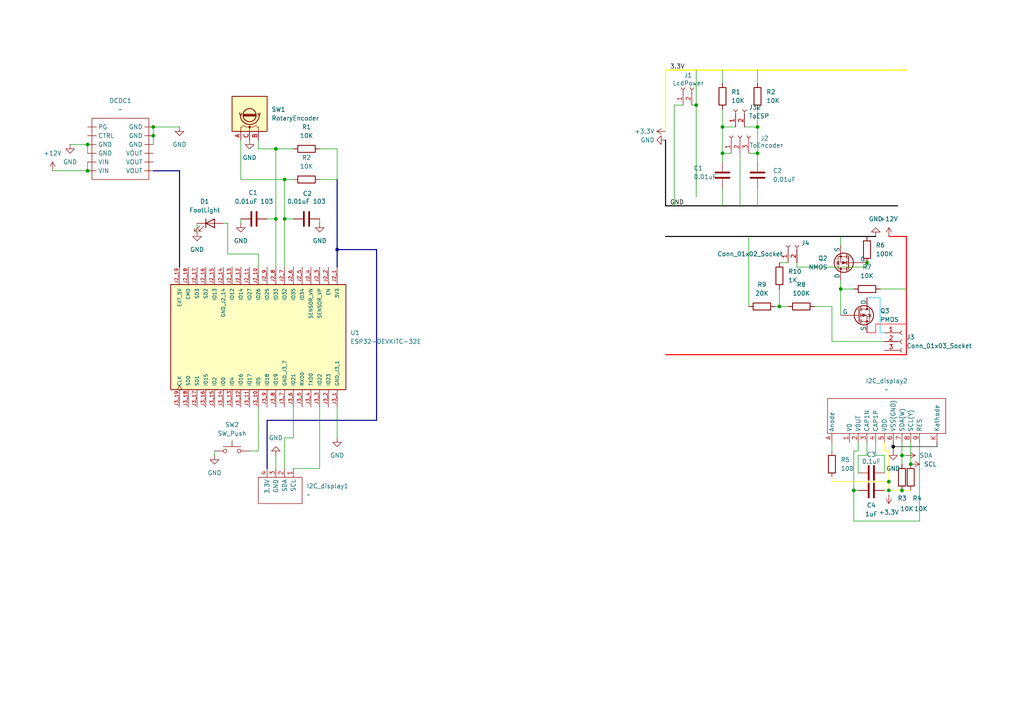
<source format=kicad_sch>
(kicad_sch
	(version 20250114)
	(generator "eeschema")
	(generator_version "9.0")
	(uuid "4b1b1fbf-b21b-4f4c-876f-805522f60356")
	(paper "A4")
	(title_block
		(title "400R-ESP")
		(date "2025-08-11")
		(company "rin;")
	)
	(lib_symbols
		(symbol "Connector:Conn_01x02_Socket"
			(pin_names
				(offset 1.016)
				(hide yes)
			)
			(exclude_from_sim no)
			(in_bom yes)
			(on_board yes)
			(property "Reference" "J"
				(at 0 2.54 0)
				(effects
					(font
						(size 1.27 1.27)
					)
				)
			)
			(property "Value" "Conn_01x02_Socket"
				(at 0 -5.08 0)
				(effects
					(font
						(size 1.27 1.27)
					)
				)
			)
			(property "Footprint" ""
				(at 0 0 0)
				(effects
					(font
						(size 1.27 1.27)
					)
					(hide yes)
				)
			)
			(property "Datasheet" "~"
				(at 0 0 0)
				(effects
					(font
						(size 1.27 1.27)
					)
					(hide yes)
				)
			)
			(property "Description" "Generic connector, single row, 01x02, script generated"
				(at 0 0 0)
				(effects
					(font
						(size 1.27 1.27)
					)
					(hide yes)
				)
			)
			(property "ki_locked" ""
				(at 0 0 0)
				(effects
					(font
						(size 1.27 1.27)
					)
				)
			)
			(property "ki_keywords" "connector"
				(at 0 0 0)
				(effects
					(font
						(size 1.27 1.27)
					)
					(hide yes)
				)
			)
			(property "ki_fp_filters" "Connector*:*_1x??_*"
				(at 0 0 0)
				(effects
					(font
						(size 1.27 1.27)
					)
					(hide yes)
				)
			)
			(symbol "Conn_01x02_Socket_1_1"
				(polyline
					(pts
						(xy -1.27 0) (xy -0.508 0)
					)
					(stroke
						(width 0.1524)
						(type default)
					)
					(fill
						(type none)
					)
				)
				(polyline
					(pts
						(xy -1.27 -2.54) (xy -0.508 -2.54)
					)
					(stroke
						(width 0.1524)
						(type default)
					)
					(fill
						(type none)
					)
				)
				(arc
					(start 0 -0.508)
					(mid -0.5058 0)
					(end 0 0.508)
					(stroke
						(width 0.1524)
						(type default)
					)
					(fill
						(type none)
					)
				)
				(arc
					(start 0 -3.048)
					(mid -0.5058 -2.54)
					(end 0 -2.032)
					(stroke
						(width 0.1524)
						(type default)
					)
					(fill
						(type none)
					)
				)
				(pin passive line
					(at -5.08 0 0)
					(length 3.81)
					(name "Pin_1"
						(effects
							(font
								(size 1.27 1.27)
							)
						)
					)
					(number "1"
						(effects
							(font
								(size 1.27 1.27)
							)
						)
					)
				)
				(pin passive line
					(at -5.08 -2.54 0)
					(length 3.81)
					(name "Pin_2"
						(effects
							(font
								(size 1.27 1.27)
							)
						)
					)
					(number "2"
						(effects
							(font
								(size 1.27 1.27)
							)
						)
					)
				)
			)
			(embedded_fonts no)
		)
		(symbol "Connector:Conn_01x03_Socket"
			(pin_names
				(offset 1.016)
				(hide yes)
			)
			(exclude_from_sim no)
			(in_bom yes)
			(on_board yes)
			(property "Reference" "J"
				(at 0 5.08 0)
				(effects
					(font
						(size 1.27 1.27)
					)
				)
			)
			(property "Value" "Conn_01x03_Socket"
				(at 0 -5.08 0)
				(effects
					(font
						(size 1.27 1.27)
					)
				)
			)
			(property "Footprint" ""
				(at 0 0 0)
				(effects
					(font
						(size 1.27 1.27)
					)
					(hide yes)
				)
			)
			(property "Datasheet" "~"
				(at 0 0 0)
				(effects
					(font
						(size 1.27 1.27)
					)
					(hide yes)
				)
			)
			(property "Description" "Generic connector, single row, 01x03, script generated"
				(at 0 0 0)
				(effects
					(font
						(size 1.27 1.27)
					)
					(hide yes)
				)
			)
			(property "ki_locked" ""
				(at 0 0 0)
				(effects
					(font
						(size 1.27 1.27)
					)
				)
			)
			(property "ki_keywords" "connector"
				(at 0 0 0)
				(effects
					(font
						(size 1.27 1.27)
					)
					(hide yes)
				)
			)
			(property "ki_fp_filters" "Connector*:*_1x??_*"
				(at 0 0 0)
				(effects
					(font
						(size 1.27 1.27)
					)
					(hide yes)
				)
			)
			(symbol "Conn_01x03_Socket_1_1"
				(polyline
					(pts
						(xy -1.27 2.54) (xy -0.508 2.54)
					)
					(stroke
						(width 0.1524)
						(type default)
					)
					(fill
						(type none)
					)
				)
				(polyline
					(pts
						(xy -1.27 0) (xy -0.508 0)
					)
					(stroke
						(width 0.1524)
						(type default)
					)
					(fill
						(type none)
					)
				)
				(polyline
					(pts
						(xy -1.27 -2.54) (xy -0.508 -2.54)
					)
					(stroke
						(width 0.1524)
						(type default)
					)
					(fill
						(type none)
					)
				)
				(arc
					(start 0 2.032)
					(mid -0.5058 2.54)
					(end 0 3.048)
					(stroke
						(width 0.1524)
						(type default)
					)
					(fill
						(type none)
					)
				)
				(arc
					(start 0 -0.508)
					(mid -0.5058 0)
					(end 0 0.508)
					(stroke
						(width 0.1524)
						(type default)
					)
					(fill
						(type none)
					)
				)
				(arc
					(start 0 -3.048)
					(mid -0.5058 -2.54)
					(end 0 -2.032)
					(stroke
						(width 0.1524)
						(type default)
					)
					(fill
						(type none)
					)
				)
				(pin passive line
					(at -5.08 2.54 0)
					(length 3.81)
					(name "Pin_1"
						(effects
							(font
								(size 1.27 1.27)
							)
						)
					)
					(number "1"
						(effects
							(font
								(size 1.27 1.27)
							)
						)
					)
				)
				(pin passive line
					(at -5.08 0 0)
					(length 3.81)
					(name "Pin_2"
						(effects
							(font
								(size 1.27 1.27)
							)
						)
					)
					(number "2"
						(effects
							(font
								(size 1.27 1.27)
							)
						)
					)
				)
				(pin passive line
					(at -5.08 -2.54 0)
					(length 3.81)
					(name "Pin_3"
						(effects
							(font
								(size 1.27 1.27)
							)
						)
					)
					(number "3"
						(effects
							(font
								(size 1.27 1.27)
							)
						)
					)
				)
			)
			(embedded_fonts no)
		)
		(symbol "Device:C"
			(pin_numbers
				(hide yes)
			)
			(pin_names
				(offset 0.254)
			)
			(exclude_from_sim no)
			(in_bom yes)
			(on_board yes)
			(property "Reference" "C"
				(at 0.635 2.54 0)
				(effects
					(font
						(size 1.27 1.27)
					)
					(justify left)
				)
			)
			(property "Value" "C"
				(at 0.635 -2.54 0)
				(effects
					(font
						(size 1.27 1.27)
					)
					(justify left)
				)
			)
			(property "Footprint" ""
				(at 0.9652 -3.81 0)
				(effects
					(font
						(size 1.27 1.27)
					)
					(hide yes)
				)
			)
			(property "Datasheet" "~"
				(at 0 0 0)
				(effects
					(font
						(size 1.27 1.27)
					)
					(hide yes)
				)
			)
			(property "Description" "Unpolarized capacitor"
				(at 0 0 0)
				(effects
					(font
						(size 1.27 1.27)
					)
					(hide yes)
				)
			)
			(property "ki_keywords" "cap capacitor"
				(at 0 0 0)
				(effects
					(font
						(size 1.27 1.27)
					)
					(hide yes)
				)
			)
			(property "ki_fp_filters" "C_*"
				(at 0 0 0)
				(effects
					(font
						(size 1.27 1.27)
					)
					(hide yes)
				)
			)
			(symbol "C_0_1"
				(polyline
					(pts
						(xy -2.032 0.762) (xy 2.032 0.762)
					)
					(stroke
						(width 0.508)
						(type default)
					)
					(fill
						(type none)
					)
				)
				(polyline
					(pts
						(xy -2.032 -0.762) (xy 2.032 -0.762)
					)
					(stroke
						(width 0.508)
						(type default)
					)
					(fill
						(type none)
					)
				)
			)
			(symbol "C_1_1"
				(pin passive line
					(at 0 3.81 270)
					(length 2.794)
					(name "~"
						(effects
							(font
								(size 1.27 1.27)
							)
						)
					)
					(number "1"
						(effects
							(font
								(size 1.27 1.27)
							)
						)
					)
				)
				(pin passive line
					(at 0 -3.81 90)
					(length 2.794)
					(name "~"
						(effects
							(font
								(size 1.27 1.27)
							)
						)
					)
					(number "2"
						(effects
							(font
								(size 1.27 1.27)
							)
						)
					)
				)
			)
			(embedded_fonts no)
		)
		(symbol "Device:LED"
			(pin_numbers
				(hide yes)
			)
			(pin_names
				(offset 1.016)
				(hide yes)
			)
			(exclude_from_sim no)
			(in_bom yes)
			(on_board yes)
			(property "Reference" "D"
				(at 0 2.54 0)
				(effects
					(font
						(size 1.27 1.27)
					)
				)
			)
			(property "Value" "LED"
				(at 0 -2.54 0)
				(effects
					(font
						(size 1.27 1.27)
					)
				)
			)
			(property "Footprint" ""
				(at 0 0 0)
				(effects
					(font
						(size 1.27 1.27)
					)
					(hide yes)
				)
			)
			(property "Datasheet" "~"
				(at 0 0 0)
				(effects
					(font
						(size 1.27 1.27)
					)
					(hide yes)
				)
			)
			(property "Description" "Light emitting diode"
				(at 0 0 0)
				(effects
					(font
						(size 1.27 1.27)
					)
					(hide yes)
				)
			)
			(property "Sim.Pins" "1=K 2=A"
				(at 0 0 0)
				(effects
					(font
						(size 1.27 1.27)
					)
					(hide yes)
				)
			)
			(property "ki_keywords" "LED diode"
				(at 0 0 0)
				(effects
					(font
						(size 1.27 1.27)
					)
					(hide yes)
				)
			)
			(property "ki_fp_filters" "LED* LED_SMD:* LED_THT:*"
				(at 0 0 0)
				(effects
					(font
						(size 1.27 1.27)
					)
					(hide yes)
				)
			)
			(symbol "LED_0_1"
				(polyline
					(pts
						(xy -3.048 -0.762) (xy -4.572 -2.286) (xy -3.81 -2.286) (xy -4.572 -2.286) (xy -4.572 -1.524)
					)
					(stroke
						(width 0)
						(type default)
					)
					(fill
						(type none)
					)
				)
				(polyline
					(pts
						(xy -1.778 -0.762) (xy -3.302 -2.286) (xy -2.54 -2.286) (xy -3.302 -2.286) (xy -3.302 -1.524)
					)
					(stroke
						(width 0)
						(type default)
					)
					(fill
						(type none)
					)
				)
				(polyline
					(pts
						(xy -1.27 0) (xy 1.27 0)
					)
					(stroke
						(width 0)
						(type default)
					)
					(fill
						(type none)
					)
				)
				(polyline
					(pts
						(xy -1.27 -1.27) (xy -1.27 1.27)
					)
					(stroke
						(width 0.254)
						(type default)
					)
					(fill
						(type none)
					)
				)
				(polyline
					(pts
						(xy 1.27 -1.27) (xy 1.27 1.27) (xy -1.27 0) (xy 1.27 -1.27)
					)
					(stroke
						(width 0.254)
						(type default)
					)
					(fill
						(type none)
					)
				)
			)
			(symbol "LED_1_1"
				(pin passive line
					(at -3.81 0 0)
					(length 2.54)
					(name "K"
						(effects
							(font
								(size 1.27 1.27)
							)
						)
					)
					(number "1"
						(effects
							(font
								(size 1.27 1.27)
							)
						)
					)
				)
				(pin passive line
					(at 3.81 0 180)
					(length 2.54)
					(name "A"
						(effects
							(font
								(size 1.27 1.27)
							)
						)
					)
					(number "2"
						(effects
							(font
								(size 1.27 1.27)
							)
						)
					)
				)
			)
			(embedded_fonts no)
		)
		(symbol "Device:R"
			(pin_numbers
				(hide yes)
			)
			(pin_names
				(offset 0)
			)
			(exclude_from_sim no)
			(in_bom yes)
			(on_board yes)
			(property "Reference" "R"
				(at 2.032 0 90)
				(effects
					(font
						(size 1.27 1.27)
					)
				)
			)
			(property "Value" "R"
				(at 0 0 90)
				(effects
					(font
						(size 1.27 1.27)
					)
				)
			)
			(property "Footprint" ""
				(at -1.778 0 90)
				(effects
					(font
						(size 1.27 1.27)
					)
					(hide yes)
				)
			)
			(property "Datasheet" "~"
				(at 0 0 0)
				(effects
					(font
						(size 1.27 1.27)
					)
					(hide yes)
				)
			)
			(property "Description" "Resistor"
				(at 0 0 0)
				(effects
					(font
						(size 1.27 1.27)
					)
					(hide yes)
				)
			)
			(property "ki_keywords" "R res resistor"
				(at 0 0 0)
				(effects
					(font
						(size 1.27 1.27)
					)
					(hide yes)
				)
			)
			(property "ki_fp_filters" "R_*"
				(at 0 0 0)
				(effects
					(font
						(size 1.27 1.27)
					)
					(hide yes)
				)
			)
			(symbol "R_0_1"
				(rectangle
					(start -1.016 -2.54)
					(end 1.016 2.54)
					(stroke
						(width 0.254)
						(type default)
					)
					(fill
						(type none)
					)
				)
			)
			(symbol "R_1_1"
				(pin passive line
					(at 0 3.81 270)
					(length 1.27)
					(name "~"
						(effects
							(font
								(size 1.27 1.27)
							)
						)
					)
					(number "1"
						(effects
							(font
								(size 1.27 1.27)
							)
						)
					)
				)
				(pin passive line
					(at 0 -3.81 90)
					(length 1.27)
					(name "~"
						(effects
							(font
								(size 1.27 1.27)
							)
						)
					)
					(number "2"
						(effects
							(font
								(size 1.27 1.27)
							)
						)
					)
				)
			)
			(embedded_fonts no)
		)
		(symbol "Device:RotaryEncoder"
			(pin_names
				(offset 0.254)
				(hide yes)
			)
			(exclude_from_sim no)
			(in_bom yes)
			(on_board yes)
			(property "Reference" "SW"
				(at 0 6.604 0)
				(effects
					(font
						(size 1.27 1.27)
					)
				)
			)
			(property "Value" "RotaryEncoder"
				(at 0 -6.604 0)
				(effects
					(font
						(size 1.27 1.27)
					)
				)
			)
			(property "Footprint" ""
				(at -3.81 4.064 0)
				(effects
					(font
						(size 1.27 1.27)
					)
					(hide yes)
				)
			)
			(property "Datasheet" "~"
				(at 0 6.604 0)
				(effects
					(font
						(size 1.27 1.27)
					)
					(hide yes)
				)
			)
			(property "Description" "Rotary encoder, dual channel, incremental quadrate outputs"
				(at 0 0 0)
				(effects
					(font
						(size 1.27 1.27)
					)
					(hide yes)
				)
			)
			(property "ki_keywords" "rotary switch encoder"
				(at 0 0 0)
				(effects
					(font
						(size 1.27 1.27)
					)
					(hide yes)
				)
			)
			(property "ki_fp_filters" "RotaryEncoder*"
				(at 0 0 0)
				(effects
					(font
						(size 1.27 1.27)
					)
					(hide yes)
				)
			)
			(symbol "RotaryEncoder_0_1"
				(rectangle
					(start -5.08 5.08)
					(end 5.08 -5.08)
					(stroke
						(width 0.254)
						(type default)
					)
					(fill
						(type background)
					)
				)
				(polyline
					(pts
						(xy -5.08 2.54) (xy -3.81 2.54) (xy -3.81 2.032)
					)
					(stroke
						(width 0)
						(type default)
					)
					(fill
						(type none)
					)
				)
				(polyline
					(pts
						(xy -5.08 0) (xy -3.81 0) (xy -3.81 -1.016) (xy -3.302 -2.032)
					)
					(stroke
						(width 0)
						(type default)
					)
					(fill
						(type none)
					)
				)
				(polyline
					(pts
						(xy -5.08 -2.54) (xy -3.81 -2.54) (xy -3.81 -2.032)
					)
					(stroke
						(width 0)
						(type default)
					)
					(fill
						(type none)
					)
				)
				(polyline
					(pts
						(xy -4.318 0) (xy -3.81 0) (xy -3.81 1.016) (xy -3.302 2.032)
					)
					(stroke
						(width 0)
						(type default)
					)
					(fill
						(type none)
					)
				)
				(circle
					(center -3.81 0)
					(radius 0.254)
					(stroke
						(width 0)
						(type default)
					)
					(fill
						(type outline)
					)
				)
				(polyline
					(pts
						(xy -0.635 -1.778) (xy -0.635 1.778)
					)
					(stroke
						(width 0.254)
						(type default)
					)
					(fill
						(type none)
					)
				)
				(circle
					(center -0.381 0)
					(radius 1.905)
					(stroke
						(width 0.254)
						(type default)
					)
					(fill
						(type none)
					)
				)
				(polyline
					(pts
						(xy -0.381 -1.778) (xy -0.381 1.778)
					)
					(stroke
						(width 0.254)
						(type default)
					)
					(fill
						(type none)
					)
				)
				(arc
					(start -0.381 -2.794)
					(mid -3.0988 -0.0635)
					(end -0.381 2.667)
					(stroke
						(width 0.254)
						(type default)
					)
					(fill
						(type none)
					)
				)
				(polyline
					(pts
						(xy -0.127 1.778) (xy -0.127 -1.778)
					)
					(stroke
						(width 0.254)
						(type default)
					)
					(fill
						(type none)
					)
				)
				(polyline
					(pts
						(xy 0.254 2.921) (xy -0.508 2.667) (xy 0.127 2.286)
					)
					(stroke
						(width 0.254)
						(type default)
					)
					(fill
						(type none)
					)
				)
				(polyline
					(pts
						(xy 0.254 -3.048) (xy -0.508 -2.794) (xy 0.127 -2.413)
					)
					(stroke
						(width 0.254)
						(type default)
					)
					(fill
						(type none)
					)
				)
			)
			(symbol "RotaryEncoder_1_1"
				(pin passive line
					(at -7.62 2.54 0)
					(length 2.54)
					(name "A"
						(effects
							(font
								(size 1.27 1.27)
							)
						)
					)
					(number "A"
						(effects
							(font
								(size 1.27 1.27)
							)
						)
					)
				)
				(pin passive line
					(at -7.62 0 0)
					(length 2.54)
					(name "C"
						(effects
							(font
								(size 1.27 1.27)
							)
						)
					)
					(number "C"
						(effects
							(font
								(size 1.27 1.27)
							)
						)
					)
				)
				(pin passive line
					(at -7.62 -2.54 0)
					(length 2.54)
					(name "B"
						(effects
							(font
								(size 1.27 1.27)
							)
						)
					)
					(number "B"
						(effects
							(font
								(size 1.27 1.27)
							)
						)
					)
				)
			)
			(embedded_fonts no)
		)
		(symbol "ESP32-Devkit:ESP32-DEVKITC-32E"
			(pin_names
				(offset 1.016)
			)
			(exclude_from_sim no)
			(in_bom yes)
			(on_board yes)
			(property "Reference" "U"
				(at -15.24 26.162 0)
				(effects
					(font
						(size 1.27 1.27)
					)
					(justify left bottom)
				)
			)
			(property "Value" "ESP32-DEVKITC-32E"
				(at -15.24 -27.94 0)
				(effects
					(font
						(size 1.27 1.27)
					)
					(justify left bottom)
				)
			)
			(property "Footprint" "ESP32-DEVKITC-32E:MODULE_ESP32-DEVKITC-32E"
				(at 0 0 0)
				(effects
					(font
						(size 1.27 1.27)
					)
					(justify bottom)
					(hide yes)
				)
			)
			(property "Datasheet" ""
				(at 0 0 0)
				(effects
					(font
						(size 1.27 1.27)
					)
					(hide yes)
				)
			)
			(property "Description" ""
				(at 0 0 0)
				(effects
					(font
						(size 1.27 1.27)
					)
					(hide yes)
				)
			)
			(property "PARTREV" "1.4"
				(at 0 0 0)
				(effects
					(font
						(size 1.27 1.27)
					)
					(justify bottom)
					(hide yes)
				)
			)
			(property "STANDARD" "Manufacturer Recommendations"
				(at 0 0 0)
				(effects
					(font
						(size 1.27 1.27)
					)
					(justify bottom)
					(hide yes)
				)
			)
			(property "MANUFACTURER" "Espressif Systems"
				(at 0 0 0)
				(effects
					(font
						(size 1.27 1.27)
					)
					(justify bottom)
					(hide yes)
				)
			)
			(symbol "ESP32-DEVKITC-32E_0_0"
				(rectangle
					(start -15.24 -25.4)
					(end 15.24 25.4)
					(stroke
						(width 0.254)
						(type default)
					)
					(fill
						(type background)
					)
				)
				(pin power_in line
					(at -20.32 22.86 0)
					(length 5.08)
					(name "3V3"
						(effects
							(font
								(size 1.016 1.016)
							)
						)
					)
					(number "J2_1"
						(effects
							(font
								(size 1.016 1.016)
							)
						)
					)
				)
				(pin input line
					(at -20.32 20.32 0)
					(length 5.08)
					(name "EN"
						(effects
							(font
								(size 1.016 1.016)
							)
						)
					)
					(number "J2_2"
						(effects
							(font
								(size 1.016 1.016)
							)
						)
					)
				)
				(pin bidirectional line
					(at -20.32 17.78 0)
					(length 5.08)
					(name "SENSOR_VP"
						(effects
							(font
								(size 1.016 1.016)
							)
						)
					)
					(number "J2_3"
						(effects
							(font
								(size 1.016 1.016)
							)
						)
					)
				)
				(pin bidirectional line
					(at -20.32 15.24 0)
					(length 5.08)
					(name "SENSOR_VN"
						(effects
							(font
								(size 1.016 1.016)
							)
						)
					)
					(number "J2_4"
						(effects
							(font
								(size 1.016 1.016)
							)
						)
					)
				)
				(pin bidirectional line
					(at -20.32 12.7 0)
					(length 5.08)
					(name "IO34"
						(effects
							(font
								(size 1.016 1.016)
							)
						)
					)
					(number "J2_5"
						(effects
							(font
								(size 1.016 1.016)
							)
						)
					)
				)
				(pin bidirectional line
					(at -20.32 10.16 0)
					(length 5.08)
					(name "IO35"
						(effects
							(font
								(size 1.016 1.016)
							)
						)
					)
					(number "J2_6"
						(effects
							(font
								(size 1.016 1.016)
							)
						)
					)
				)
				(pin bidirectional line
					(at -20.32 7.62 0)
					(length 5.08)
					(name "IO32"
						(effects
							(font
								(size 1.016 1.016)
							)
						)
					)
					(number "J2_7"
						(effects
							(font
								(size 1.016 1.016)
							)
						)
					)
				)
				(pin bidirectional line
					(at -20.32 5.08 0)
					(length 5.08)
					(name "IO33"
						(effects
							(font
								(size 1.016 1.016)
							)
						)
					)
					(number "J2_8"
						(effects
							(font
								(size 1.016 1.016)
							)
						)
					)
				)
				(pin bidirectional line
					(at -20.32 2.54 0)
					(length 5.08)
					(name "IO25"
						(effects
							(font
								(size 1.016 1.016)
							)
						)
					)
					(number "J2_9"
						(effects
							(font
								(size 1.016 1.016)
							)
						)
					)
				)
				(pin bidirectional line
					(at -20.32 0 0)
					(length 5.08)
					(name "IO26"
						(effects
							(font
								(size 1.016 1.016)
							)
						)
					)
					(number "J2_10"
						(effects
							(font
								(size 1.016 1.016)
							)
						)
					)
				)
				(pin bidirectional line
					(at -20.32 -2.54 0)
					(length 5.08)
					(name "IO27"
						(effects
							(font
								(size 1.016 1.016)
							)
						)
					)
					(number "J2_11"
						(effects
							(font
								(size 1.016 1.016)
							)
						)
					)
				)
				(pin bidirectional line
					(at -20.32 -5.08 0)
					(length 5.08)
					(name "IO14"
						(effects
							(font
								(size 1.016 1.016)
							)
						)
					)
					(number "J2_12"
						(effects
							(font
								(size 1.016 1.016)
							)
						)
					)
				)
				(pin bidirectional line
					(at -20.32 -7.62 0)
					(length 5.08)
					(name "IO12"
						(effects
							(font
								(size 1.016 1.016)
							)
						)
					)
					(number "J2_13"
						(effects
							(font
								(size 1.016 1.016)
							)
						)
					)
				)
				(pin power_in line
					(at -20.32 -10.16 0)
					(length 5.08)
					(name "GND_J2_14"
						(effects
							(font
								(size 1.016 1.016)
							)
						)
					)
					(number "J2_14"
						(effects
							(font
								(size 1.016 1.016)
							)
						)
					)
				)
				(pin bidirectional line
					(at -20.32 -12.7 0)
					(length 5.08)
					(name "IO13"
						(effects
							(font
								(size 1.016 1.016)
							)
						)
					)
					(number "J2_15"
						(effects
							(font
								(size 1.016 1.016)
							)
						)
					)
				)
				(pin bidirectional line
					(at -20.32 -15.24 0)
					(length 5.08)
					(name "SD2"
						(effects
							(font
								(size 1.016 1.016)
							)
						)
					)
					(number "J2_16"
						(effects
							(font
								(size 1.016 1.016)
							)
						)
					)
				)
				(pin bidirectional line
					(at -20.32 -17.78 0)
					(length 5.08)
					(name "SD3"
						(effects
							(font
								(size 1.016 1.016)
							)
						)
					)
					(number "J2_17"
						(effects
							(font
								(size 1.016 1.016)
							)
						)
					)
				)
				(pin bidirectional line
					(at -20.32 -20.32 0)
					(length 5.08)
					(name "CMD"
						(effects
							(font
								(size 1.016 1.016)
							)
						)
					)
					(number "J2_18"
						(effects
							(font
								(size 1.016 1.016)
							)
						)
					)
				)
				(pin power_in line
					(at -20.32 -22.86 0)
					(length 5.08)
					(name "EXT_5V"
						(effects
							(font
								(size 1.016 1.016)
							)
						)
					)
					(number "J2_19"
						(effects
							(font
								(size 1.016 1.016)
							)
						)
					)
				)
				(pin power_in line
					(at 20.32 22.86 180)
					(length 5.08)
					(name "GND_J3_1"
						(effects
							(font
								(size 1.016 1.016)
							)
						)
					)
					(number "J3_1"
						(effects
							(font
								(size 1.016 1.016)
							)
						)
					)
				)
				(pin bidirectional line
					(at 20.32 20.32 180)
					(length 5.08)
					(name "IO23"
						(effects
							(font
								(size 1.016 1.016)
							)
						)
					)
					(number "J3_2"
						(effects
							(font
								(size 1.016 1.016)
							)
						)
					)
				)
				(pin bidirectional line
					(at 20.32 17.78 180)
					(length 5.08)
					(name "IO22"
						(effects
							(font
								(size 1.016 1.016)
							)
						)
					)
					(number "J3_3"
						(effects
							(font
								(size 1.016 1.016)
							)
						)
					)
				)
				(pin bidirectional line
					(at 20.32 15.24 180)
					(length 5.08)
					(name "TXD0"
						(effects
							(font
								(size 1.016 1.016)
							)
						)
					)
					(number "J3_4"
						(effects
							(font
								(size 1.016 1.016)
							)
						)
					)
				)
				(pin bidirectional line
					(at 20.32 12.7 180)
					(length 5.08)
					(name "RXD0"
						(effects
							(font
								(size 1.016 1.016)
							)
						)
					)
					(number "J3_5"
						(effects
							(font
								(size 1.016 1.016)
							)
						)
					)
				)
				(pin bidirectional line
					(at 20.32 10.16 180)
					(length 5.08)
					(name "IO21"
						(effects
							(font
								(size 1.016 1.016)
							)
						)
					)
					(number "J3_6"
						(effects
							(font
								(size 1.016 1.016)
							)
						)
					)
				)
				(pin power_in line
					(at 20.32 7.62 180)
					(length 5.08)
					(name "GND_J3_7"
						(effects
							(font
								(size 1.016 1.016)
							)
						)
					)
					(number "J3_7"
						(effects
							(font
								(size 1.016 1.016)
							)
						)
					)
				)
				(pin bidirectional line
					(at 20.32 5.08 180)
					(length 5.08)
					(name "IO19"
						(effects
							(font
								(size 1.016 1.016)
							)
						)
					)
					(number "J3_8"
						(effects
							(font
								(size 1.016 1.016)
							)
						)
					)
				)
				(pin bidirectional line
					(at 20.32 2.54 180)
					(length 5.08)
					(name "IO18"
						(effects
							(font
								(size 1.016 1.016)
							)
						)
					)
					(number "J3_9"
						(effects
							(font
								(size 1.016 1.016)
							)
						)
					)
				)
				(pin bidirectional line
					(at 20.32 0 180)
					(length 5.08)
					(name "IO5"
						(effects
							(font
								(size 1.016 1.016)
							)
						)
					)
					(number "J3_10"
						(effects
							(font
								(size 1.016 1.016)
							)
						)
					)
				)
				(pin bidirectional line
					(at 20.32 -2.54 180)
					(length 5.08)
					(name "IO17"
						(effects
							(font
								(size 1.016 1.016)
							)
						)
					)
					(number "J3_11"
						(effects
							(font
								(size 1.016 1.016)
							)
						)
					)
				)
				(pin bidirectional line
					(at 20.32 -5.08 180)
					(length 5.08)
					(name "IO16"
						(effects
							(font
								(size 1.016 1.016)
							)
						)
					)
					(number "J3_12"
						(effects
							(font
								(size 1.016 1.016)
							)
						)
					)
				)
				(pin bidirectional line
					(at 20.32 -7.62 180)
					(length 5.08)
					(name "IO4"
						(effects
							(font
								(size 1.016 1.016)
							)
						)
					)
					(number "J3_13"
						(effects
							(font
								(size 1.016 1.016)
							)
						)
					)
				)
				(pin bidirectional line
					(at 20.32 -10.16 180)
					(length 5.08)
					(name "IO0"
						(effects
							(font
								(size 1.016 1.016)
							)
						)
					)
					(number "J3_14"
						(effects
							(font
								(size 1.016 1.016)
							)
						)
					)
				)
				(pin bidirectional line
					(at 20.32 -12.7 180)
					(length 5.08)
					(name "IO2"
						(effects
							(font
								(size 1.016 1.016)
							)
						)
					)
					(number "J3_15"
						(effects
							(font
								(size 1.016 1.016)
							)
						)
					)
				)
				(pin bidirectional line
					(at 20.32 -15.24 180)
					(length 5.08)
					(name "IO15"
						(effects
							(font
								(size 1.016 1.016)
							)
						)
					)
					(number "J3_16"
						(effects
							(font
								(size 1.016 1.016)
							)
						)
					)
				)
				(pin bidirectional line
					(at 20.32 -17.78 180)
					(length 5.08)
					(name "SD1"
						(effects
							(font
								(size 1.016 1.016)
							)
						)
					)
					(number "J3_17"
						(effects
							(font
								(size 1.016 1.016)
							)
						)
					)
				)
				(pin bidirectional line
					(at 20.32 -20.32 180)
					(length 5.08)
					(name "SD0"
						(effects
							(font
								(size 1.016 1.016)
							)
						)
					)
					(number "J3_18"
						(effects
							(font
								(size 1.016 1.016)
							)
						)
					)
				)
				(pin bidirectional clock
					(at 20.32 -22.86 180)
					(length 5.08)
					(name "CLK"
						(effects
							(font
								(size 1.016 1.016)
							)
						)
					)
					(number "J3_19"
						(effects
							(font
								(size 1.016 1.016)
							)
						)
					)
				)
			)
			(embedded_fonts no)
		)
		(symbol "Simulation_SPICE:NMOS"
			(pin_numbers
				(hide yes)
			)
			(pin_names
				(offset 0)
			)
			(exclude_from_sim no)
			(in_bom yes)
			(on_board yes)
			(property "Reference" "Q"
				(at 5.08 1.27 0)
				(effects
					(font
						(size 1.27 1.27)
					)
					(justify left)
				)
			)
			(property "Value" "NMOS"
				(at 5.08 -1.27 0)
				(effects
					(font
						(size 1.27 1.27)
					)
					(justify left)
				)
			)
			(property "Footprint" ""
				(at 5.08 2.54 0)
				(effects
					(font
						(size 1.27 1.27)
					)
					(hide yes)
				)
			)
			(property "Datasheet" "https://ngspice.sourceforge.io/docs/ngspice-html-manual/manual.xhtml#cha_MOSFETs"
				(at 0 -12.7 0)
				(effects
					(font
						(size 1.27 1.27)
					)
					(hide yes)
				)
			)
			(property "Description" "N-MOSFET transistor, drain/source/gate"
				(at 0 0 0)
				(effects
					(font
						(size 1.27 1.27)
					)
					(hide yes)
				)
			)
			(property "Sim.Device" "NMOS"
				(at 0 -17.145 0)
				(effects
					(font
						(size 1.27 1.27)
					)
					(hide yes)
				)
			)
			(property "Sim.Type" "VDMOS"
				(at 0 -19.05 0)
				(effects
					(font
						(size 1.27 1.27)
					)
					(hide yes)
				)
			)
			(property "Sim.Pins" "1=D 2=G 3=S"
				(at 0 -15.24 0)
				(effects
					(font
						(size 1.27 1.27)
					)
					(hide yes)
				)
			)
			(property "ki_keywords" "transistor NMOS N-MOS N-MOSFET simulation"
				(at 0 0 0)
				(effects
					(font
						(size 1.27 1.27)
					)
					(hide yes)
				)
			)
			(symbol "NMOS_0_1"
				(polyline
					(pts
						(xy 0.254 1.905) (xy 0.254 -1.905)
					)
					(stroke
						(width 0.254)
						(type default)
					)
					(fill
						(type none)
					)
				)
				(polyline
					(pts
						(xy 0.254 0) (xy -2.54 0)
					)
					(stroke
						(width 0)
						(type default)
					)
					(fill
						(type none)
					)
				)
				(polyline
					(pts
						(xy 0.762 2.286) (xy 0.762 1.27)
					)
					(stroke
						(width 0.254)
						(type default)
					)
					(fill
						(type none)
					)
				)
				(polyline
					(pts
						(xy 0.762 0.508) (xy 0.762 -0.508)
					)
					(stroke
						(width 0.254)
						(type default)
					)
					(fill
						(type none)
					)
				)
				(polyline
					(pts
						(xy 0.762 -1.27) (xy 0.762 -2.286)
					)
					(stroke
						(width 0.254)
						(type default)
					)
					(fill
						(type none)
					)
				)
				(polyline
					(pts
						(xy 0.762 -1.778) (xy 3.302 -1.778) (xy 3.302 1.778) (xy 0.762 1.778)
					)
					(stroke
						(width 0)
						(type default)
					)
					(fill
						(type none)
					)
				)
				(polyline
					(pts
						(xy 1.016 0) (xy 2.032 0.381) (xy 2.032 -0.381) (xy 1.016 0)
					)
					(stroke
						(width 0)
						(type default)
					)
					(fill
						(type outline)
					)
				)
				(circle
					(center 1.651 0)
					(radius 2.794)
					(stroke
						(width 0.254)
						(type default)
					)
					(fill
						(type none)
					)
				)
				(polyline
					(pts
						(xy 2.54 2.54) (xy 2.54 1.778)
					)
					(stroke
						(width 0)
						(type default)
					)
					(fill
						(type none)
					)
				)
				(circle
					(center 2.54 1.778)
					(radius 0.254)
					(stroke
						(width 0)
						(type default)
					)
					(fill
						(type outline)
					)
				)
				(circle
					(center 2.54 -1.778)
					(radius 0.254)
					(stroke
						(width 0)
						(type default)
					)
					(fill
						(type outline)
					)
				)
				(polyline
					(pts
						(xy 2.54 -2.54) (xy 2.54 0) (xy 0.762 0)
					)
					(stroke
						(width 0)
						(type default)
					)
					(fill
						(type none)
					)
				)
				(polyline
					(pts
						(xy 2.794 0.508) (xy 2.921 0.381) (xy 3.683 0.381) (xy 3.81 0.254)
					)
					(stroke
						(width 0)
						(type default)
					)
					(fill
						(type none)
					)
				)
				(polyline
					(pts
						(xy 3.302 0.381) (xy 2.921 -0.254) (xy 3.683 -0.254) (xy 3.302 0.381)
					)
					(stroke
						(width 0)
						(type default)
					)
					(fill
						(type none)
					)
				)
			)
			(symbol "NMOS_1_1"
				(pin input line
					(at -5.08 0 0)
					(length 2.54)
					(name "G"
						(effects
							(font
								(size 1.27 1.27)
							)
						)
					)
					(number "2"
						(effects
							(font
								(size 1.27 1.27)
							)
						)
					)
				)
				(pin passive line
					(at 2.54 5.08 270)
					(length 2.54)
					(name "D"
						(effects
							(font
								(size 1.27 1.27)
							)
						)
					)
					(number "1"
						(effects
							(font
								(size 1.27 1.27)
							)
						)
					)
				)
				(pin passive line
					(at 2.54 -5.08 90)
					(length 2.54)
					(name "S"
						(effects
							(font
								(size 1.27 1.27)
							)
						)
					)
					(number "3"
						(effects
							(font
								(size 1.27 1.27)
							)
						)
					)
				)
			)
			(embedded_fonts no)
		)
		(symbol "Simulation_SPICE:PMOS"
			(pin_numbers
				(hide yes)
			)
			(pin_names
				(offset 0)
			)
			(exclude_from_sim no)
			(in_bom yes)
			(on_board yes)
			(property "Reference" "Q"
				(at 5.08 1.27 0)
				(effects
					(font
						(size 1.27 1.27)
					)
					(justify left)
				)
			)
			(property "Value" "PMOS"
				(at 5.08 -1.27 0)
				(effects
					(font
						(size 1.27 1.27)
					)
					(justify left)
				)
			)
			(property "Footprint" ""
				(at 5.08 2.54 0)
				(effects
					(font
						(size 1.27 1.27)
					)
					(hide yes)
				)
			)
			(property "Datasheet" "https://ngspice.sourceforge.io/docs/ngspice-html-manual/manual.xhtml#cha_MOSFETs"
				(at 0 -12.7 0)
				(effects
					(font
						(size 1.27 1.27)
					)
					(hide yes)
				)
			)
			(property "Description" "P-MOSFET transistor, drain/source/gate"
				(at 0 0 0)
				(effects
					(font
						(size 1.27 1.27)
					)
					(hide yes)
				)
			)
			(property "Sim.Device" "PMOS"
				(at 0 -17.145 0)
				(effects
					(font
						(size 1.27 1.27)
					)
					(hide yes)
				)
			)
			(property "Sim.Type" "VDMOS"
				(at 0 -19.05 0)
				(effects
					(font
						(size 1.27 1.27)
					)
					(hide yes)
				)
			)
			(property "Sim.Pins" "1=D 2=G 3=S"
				(at 0 -15.24 0)
				(effects
					(font
						(size 1.27 1.27)
					)
					(hide yes)
				)
			)
			(property "ki_keywords" "transistor PMOS P-MOS P-MOSFET simulation"
				(at 0 0 0)
				(effects
					(font
						(size 1.27 1.27)
					)
					(hide yes)
				)
			)
			(symbol "PMOS_0_1"
				(polyline
					(pts
						(xy 0.254 1.905) (xy 0.254 -1.905)
					)
					(stroke
						(width 0.254)
						(type default)
					)
					(fill
						(type none)
					)
				)
				(polyline
					(pts
						(xy 0.254 0) (xy -2.54 0)
					)
					(stroke
						(width 0)
						(type default)
					)
					(fill
						(type none)
					)
				)
				(polyline
					(pts
						(xy 0.762 2.286) (xy 0.762 1.27)
					)
					(stroke
						(width 0.254)
						(type default)
					)
					(fill
						(type none)
					)
				)
				(polyline
					(pts
						(xy 0.762 1.778) (xy 3.302 1.778) (xy 3.302 -1.778) (xy 0.762 -1.778)
					)
					(stroke
						(width 0)
						(type default)
					)
					(fill
						(type none)
					)
				)
				(polyline
					(pts
						(xy 0.762 0.508) (xy 0.762 -0.508)
					)
					(stroke
						(width 0.254)
						(type default)
					)
					(fill
						(type none)
					)
				)
				(polyline
					(pts
						(xy 0.762 -1.27) (xy 0.762 -2.286)
					)
					(stroke
						(width 0.254)
						(type default)
					)
					(fill
						(type none)
					)
				)
				(circle
					(center 1.651 0)
					(radius 2.794)
					(stroke
						(width 0.254)
						(type default)
					)
					(fill
						(type none)
					)
				)
				(polyline
					(pts
						(xy 2.286 0) (xy 1.27 0.381) (xy 1.27 -0.381) (xy 2.286 0)
					)
					(stroke
						(width 0)
						(type default)
					)
					(fill
						(type outline)
					)
				)
				(polyline
					(pts
						(xy 2.54 2.54) (xy 2.54 1.778)
					)
					(stroke
						(width 0)
						(type default)
					)
					(fill
						(type none)
					)
				)
				(circle
					(center 2.54 1.778)
					(radius 0.254)
					(stroke
						(width 0)
						(type default)
					)
					(fill
						(type outline)
					)
				)
				(circle
					(center 2.54 -1.778)
					(radius 0.254)
					(stroke
						(width 0)
						(type default)
					)
					(fill
						(type outline)
					)
				)
				(polyline
					(pts
						(xy 2.54 -2.54) (xy 2.54 0) (xy 0.762 0)
					)
					(stroke
						(width 0)
						(type default)
					)
					(fill
						(type none)
					)
				)
				(polyline
					(pts
						(xy 2.794 -0.508) (xy 2.921 -0.381) (xy 3.683 -0.381) (xy 3.81 -0.254)
					)
					(stroke
						(width 0)
						(type default)
					)
					(fill
						(type none)
					)
				)
				(polyline
					(pts
						(xy 3.302 -0.381) (xy 2.921 0.254) (xy 3.683 0.254) (xy 3.302 -0.381)
					)
					(stroke
						(width 0)
						(type default)
					)
					(fill
						(type none)
					)
				)
			)
			(symbol "PMOS_1_1"
				(pin input line
					(at -5.08 0 0)
					(length 2.54)
					(name "G"
						(effects
							(font
								(size 1.27 1.27)
							)
						)
					)
					(number "2"
						(effects
							(font
								(size 1.27 1.27)
							)
						)
					)
				)
				(pin passive line
					(at 2.54 5.08 270)
					(length 2.54)
					(name "D"
						(effects
							(font
								(size 1.27 1.27)
							)
						)
					)
					(number "1"
						(effects
							(font
								(size 1.27 1.27)
							)
						)
					)
				)
				(pin passive line
					(at 2.54 -5.08 90)
					(length 2.54)
					(name "S"
						(effects
							(font
								(size 1.27 1.27)
							)
						)
					)
					(number "3"
						(effects
							(font
								(size 1.27 1.27)
							)
						)
					)
				)
			)
			(embedded_fonts no)
		)
		(symbol "Switch:SW_Push"
			(pin_numbers
				(hide yes)
			)
			(pin_names
				(offset 1.016)
				(hide yes)
			)
			(exclude_from_sim no)
			(in_bom yes)
			(on_board yes)
			(property "Reference" "SW"
				(at 1.27 2.54 0)
				(effects
					(font
						(size 1.27 1.27)
					)
					(justify left)
				)
			)
			(property "Value" "SW_Push"
				(at 0 -1.524 0)
				(effects
					(font
						(size 1.27 1.27)
					)
				)
			)
			(property "Footprint" ""
				(at 0 5.08 0)
				(effects
					(font
						(size 1.27 1.27)
					)
					(hide yes)
				)
			)
			(property "Datasheet" "~"
				(at 0 5.08 0)
				(effects
					(font
						(size 1.27 1.27)
					)
					(hide yes)
				)
			)
			(property "Description" "Push button switch, generic, two pins"
				(at 0 0 0)
				(effects
					(font
						(size 1.27 1.27)
					)
					(hide yes)
				)
			)
			(property "ki_keywords" "switch normally-open pushbutton push-button"
				(at 0 0 0)
				(effects
					(font
						(size 1.27 1.27)
					)
					(hide yes)
				)
			)
			(symbol "SW_Push_0_1"
				(circle
					(center -2.032 0)
					(radius 0.508)
					(stroke
						(width 0)
						(type default)
					)
					(fill
						(type none)
					)
				)
				(polyline
					(pts
						(xy 0 1.27) (xy 0 3.048)
					)
					(stroke
						(width 0)
						(type default)
					)
					(fill
						(type none)
					)
				)
				(circle
					(center 2.032 0)
					(radius 0.508)
					(stroke
						(width 0)
						(type default)
					)
					(fill
						(type none)
					)
				)
				(polyline
					(pts
						(xy 2.54 1.27) (xy -2.54 1.27)
					)
					(stroke
						(width 0)
						(type default)
					)
					(fill
						(type none)
					)
				)
				(pin passive line
					(at -5.08 0 0)
					(length 2.54)
					(name "1"
						(effects
							(font
								(size 1.27 1.27)
							)
						)
					)
					(number "1"
						(effects
							(font
								(size 1.27 1.27)
							)
						)
					)
				)
				(pin passive line
					(at 5.08 0 180)
					(length 2.54)
					(name "2"
						(effects
							(font
								(size 1.27 1.27)
							)
						)
					)
					(number "2"
						(effects
							(font
								(size 1.27 1.27)
							)
						)
					)
				)
			)
			(embedded_fonts no)
		)
		(symbol "dcdc_MYMGK00506ERSR_115108:DCDC_MYMGK00506ERSR_115108"
			(exclude_from_sim no)
			(in_bom no)
			(on_board no)
			(property "Reference" "DCDC1"
				(at -0.635 8.89 0)
				(effects
					(font
						(size 1.27 1.27)
					)
				)
			)
			(property "Value" "~"
				(at -0.635 6.35 0)
				(effects
					(font
						(size 1.27 1.27)
					)
				)
			)
			(property "Footprint" ""
				(at 0 0 0)
				(effects
					(font
						(size 1.27 1.27)
					)
					(hide yes)
				)
			)
			(property "Datasheet" ""
				(at 0 0 0)
				(effects
					(font
						(size 1.27 1.27)
					)
					(hide yes)
				)
			)
			(property "Description" ""
				(at 0 0 0)
				(effects
					(font
						(size 1.27 1.27)
					)
					(hide yes)
				)
			)
			(symbol "DCDC_MYMGK00506ERSR_115108_0_1"
				(rectangle
					(start -8.89 3.81)
					(end 7.62 -13.97)
					(stroke
						(width 0)
						(type default)
					)
					(fill
						(type none)
					)
				)
			)
			(symbol "DCDC_MYMGK00506ERSR_115108_1_1"
				(pin input line
					(at -10.16 1.27 0)
					(length 2.54)
					(name "PG"
						(effects
							(font
								(size 1.27 1.27)
							)
						)
					)
					(number ""
						(effects
							(font
								(size 1.27 1.27)
							)
						)
					)
				)
				(pin input line
					(at -10.16 -1.27 0)
					(length 2.54)
					(name "CTRL"
						(effects
							(font
								(size 1.27 1.27)
							)
						)
					)
					(number ""
						(effects
							(font
								(size 1.27 1.27)
							)
						)
					)
				)
				(pin output line
					(at -10.16 -3.81 0)
					(length 2.54)
					(name "GND"
						(effects
							(font
								(size 1.27 1.27)
							)
						)
					)
					(number ""
						(effects
							(font
								(size 1.27 1.27)
							)
						)
					)
				)
				(pin output line
					(at -10.16 -6.35 0)
					(length 2.54)
					(name "GND"
						(effects
							(font
								(size 1.27 1.27)
							)
						)
					)
					(number ""
						(effects
							(font
								(size 1.27 1.27)
							)
						)
					)
				)
				(pin power_in line
					(at -10.16 -8.89 0)
					(length 2.54)
					(name "VIN"
						(effects
							(font
								(size 1.27 1.27)
							)
						)
					)
					(number ""
						(effects
							(font
								(size 1.27 1.27)
							)
						)
					)
				)
				(pin power_in line
					(at -10.16 -11.43 0)
					(length 2.54)
					(name "VIN"
						(effects
							(font
								(size 1.27 1.27)
							)
						)
					)
					(number ""
						(effects
							(font
								(size 1.27 1.27)
							)
						)
					)
				)
				(pin input line
					(at 8.89 1.27 180)
					(length 2.54)
					(name "GND"
						(effects
							(font
								(size 1.27 1.27)
							)
						)
					)
					(number ""
						(effects
							(font
								(size 1.27 1.27)
							)
						)
					)
				)
				(pin input line
					(at 8.89 -1.27 180)
					(length 2.54)
					(name "GND"
						(effects
							(font
								(size 1.27 1.27)
							)
						)
					)
					(number ""
						(effects
							(font
								(size 1.27 1.27)
							)
						)
					)
				)
				(pin input line
					(at 8.89 -3.81 180)
					(length 2.54)
					(name "GND"
						(effects
							(font
								(size 1.27 1.27)
							)
						)
					)
					(number ""
						(effects
							(font
								(size 1.27 1.27)
							)
						)
					)
				)
				(pin power_out line
					(at 8.89 -6.35 180)
					(length 2.54)
					(name "VOUT"
						(effects
							(font
								(size 1.27 1.27)
							)
						)
					)
					(number ""
						(effects
							(font
								(size 1.27 1.27)
							)
						)
					)
				)
				(pin power_out line
					(at 8.89 -8.89 180)
					(length 2.54)
					(name "VOUT"
						(effects
							(font
								(size 1.27 1.27)
							)
						)
					)
					(number ""
						(effects
							(font
								(size 1.27 1.27)
							)
						)
					)
				)
				(pin power_out line
					(at 8.89 -11.43 180)
					(length 2.54)
					(name "VOUT"
						(effects
							(font
								(size 1.27 1.27)
							)
						)
					)
					(number ""
						(effects
							(font
								(size 1.27 1.27)
							)
						)
					)
				)
			)
			(embedded_fonts no)
		)
		(symbol "dcdc_MYMGK00506ERSR_115108:I2C_display"
			(exclude_from_sim no)
			(in_bom yes)
			(on_board yes)
			(property "Reference" "I2C_display"
				(at -0.254 3.81 0)
				(effects
					(font
						(size 1.27 1.27)
					)
				)
			)
			(property "Value" ""
				(at 0 0 0)
				(effects
					(font
						(size 1.27 1.27)
					)
				)
			)
			(property "Footprint" ""
				(at 0 0 0)
				(effects
					(font
						(size 1.27 1.27)
					)
					(hide yes)
				)
			)
			(property "Datasheet" ""
				(at 0 0 0)
				(effects
					(font
						(size 1.27 1.27)
					)
					(hide yes)
				)
			)
			(property "Description" ""
				(at 0 0 0)
				(effects
					(font
						(size 1.27 1.27)
					)
					(hide yes)
				)
			)
			(symbol "I2C_display_0_1"
				(rectangle
					(start -6.35 5.08)
					(end 6.35 -2.54)
					(stroke
						(width 0)
						(type default)
					)
					(fill
						(type none)
					)
				)
			)
			(symbol "I2C_display_1_1"
				(pin input line
					(at -3.81 -5.08 90)
					(length 2.54)
					(name "SCL"
						(effects
							(font
								(size 1.27 1.27)
							)
						)
					)
					(number "1"
						(effects
							(font
								(size 1.27 1.27)
							)
						)
					)
				)
				(pin input line
					(at -1.27 -5.08 90)
					(length 2.54)
					(name "SDA"
						(effects
							(font
								(size 1.27 1.27)
							)
						)
					)
					(number "2"
						(effects
							(font
								(size 1.27 1.27)
							)
						)
					)
				)
				(pin input line
					(at 1.27 -5.08 90)
					(length 2.54)
					(name "GND"
						(effects
							(font
								(size 1.27 1.27)
							)
						)
					)
					(number "3"
						(effects
							(font
								(size 1.27 1.27)
							)
						)
					)
				)
				(pin input line
					(at 3.81 -5.08 90)
					(length 2.54)
					(name "3.3V"
						(effects
							(font
								(size 1.27 1.27)
							)
						)
					)
					(number "4"
						(effects
							(font
								(size 1.27 1.27)
							)
						)
					)
				)
			)
			(embedded_fonts no)
		)
		(symbol "dcdc_MYMGK00506ERSR_115108:I2C_display_9pin"
			(exclude_from_sim no)
			(in_bom yes)
			(on_board yes)
			(property "Reference" "I2C_display"
				(at -4.318 6.35 0)
				(effects
					(font
						(size 1.27 1.27)
					)
				)
			)
			(property "Value" ""
				(at 0 0 0)
				(effects
					(font
						(size 1.27 1.27)
					)
				)
			)
			(property "Footprint" ""
				(at 0 0 0)
				(effects
					(font
						(size 1.27 1.27)
					)
					(hide yes)
				)
			)
			(property "Datasheet" ""
				(at 0 0 0)
				(effects
					(font
						(size 1.27 1.27)
					)
					(hide yes)
				)
			)
			(property "Description" ""
				(at 0 0 0)
				(effects
					(font
						(size 1.27 1.27)
					)
					(hide yes)
				)
			)
			(symbol "I2C_display_9pin_0_1"
				(rectangle
					(start -10.16 7.62)
					(end 24.13 -2.54)
					(stroke
						(width 0)
						(type default)
					)
					(fill
						(type none)
					)
				)
			)
			(symbol "I2C_display_9pin_1_1"
				(pin input line
					(at -8.89 -5.08 90)
					(length 2.54)
					(name "Anode"
						(effects
							(font
								(size 1.27 1.27)
							)
						)
					)
					(number "A"
						(effects
							(font
								(size 1.27 1.27)
							)
						)
					)
				)
				(pin input line
					(at -3.81 -5.08 90)
					(length 2.54)
					(name "V0"
						(effects
							(font
								(size 1.27 1.27)
							)
						)
					)
					(number "1"
						(effects
							(font
								(size 1.27 1.27)
							)
						)
					)
				)
				(pin input line
					(at -1.27 -5.08 90)
					(length 2.54)
					(name "V0UT"
						(effects
							(font
								(size 1.27 1.27)
							)
						)
					)
					(number "2"
						(effects
							(font
								(size 1.27 1.27)
							)
						)
					)
				)
				(pin input line
					(at 1.27 -5.08 90)
					(length 2.54)
					(name "CAP1N"
						(effects
							(font
								(size 1.27 1.27)
							)
						)
					)
					(number "3"
						(effects
							(font
								(size 1.27 1.27)
							)
						)
					)
				)
				(pin input line
					(at 3.81 -5.08 90)
					(length 2.54)
					(name "CAP1P"
						(effects
							(font
								(size 1.27 1.27)
							)
						)
					)
					(number "4"
						(effects
							(font
								(size 1.27 1.27)
							)
						)
					)
				)
				(pin input line
					(at 6.35 -5.08 90)
					(length 2.54)
					(name "VDD"
						(effects
							(font
								(size 1.27 1.27)
							)
						)
					)
					(number "5"
						(effects
							(font
								(size 1.27 1.27)
							)
						)
					)
				)
				(pin output line
					(at 8.89 -5.08 90)
					(length 2.54)
					(name "VSS(GND)"
						(effects
							(font
								(size 1.27 1.27)
							)
						)
					)
					(number "6"
						(effects
							(font
								(size 1.27 1.27)
							)
						)
					)
				)
				(pin input line
					(at 11.4422 -5.0751 90)
					(length 2.54)
					(name "SDA(W)"
						(effects
							(font
								(size 1.27 1.27)
							)
						)
					)
					(number "7"
						(effects
							(font
								(size 1.27 1.27)
							)
						)
					)
				)
				(pin input line
					(at 13.97 -5.08 90)
					(length 2.54)
					(name "SCL(Y)"
						(effects
							(font
								(size 1.27 1.27)
							)
						)
					)
					(number "8"
						(effects
							(font
								(size 1.27 1.27)
							)
						)
					)
				)
				(pin input line
					(at 16.51 -5.08 90)
					(length 2.54)
					(name "RES"
						(effects
							(font
								(size 1.27 1.27)
							)
						)
					)
					(number "9"
						(effects
							(font
								(size 1.27 1.27)
							)
						)
					)
				)
				(pin input line
					(at 21.59 -5.08 90)
					(length 2.54)
					(name "Kathode"
						(effects
							(font
								(size 1.27 1.27)
							)
						)
					)
					(number "K"
						(effects
							(font
								(size 1.27 1.27)
							)
						)
					)
				)
			)
			(embedded_fonts no)
		)
		(symbol "power:+12V"
			(power)
			(pin_numbers
				(hide yes)
			)
			(pin_names
				(offset 0)
				(hide yes)
			)
			(exclude_from_sim no)
			(in_bom yes)
			(on_board yes)
			(property "Reference" "#PWR"
				(at 0 -3.81 0)
				(effects
					(font
						(size 1.27 1.27)
					)
					(hide yes)
				)
			)
			(property "Value" "+12V"
				(at 0 3.556 0)
				(effects
					(font
						(size 1.27 1.27)
					)
				)
			)
			(property "Footprint" ""
				(at 0 0 0)
				(effects
					(font
						(size 1.27 1.27)
					)
					(hide yes)
				)
			)
			(property "Datasheet" ""
				(at 0 0 0)
				(effects
					(font
						(size 1.27 1.27)
					)
					(hide yes)
				)
			)
			(property "Description" "Power symbol creates a global label with name \"+12V\""
				(at 0 0 0)
				(effects
					(font
						(size 1.27 1.27)
					)
					(hide yes)
				)
			)
			(property "ki_keywords" "global power"
				(at 0 0 0)
				(effects
					(font
						(size 1.27 1.27)
					)
					(hide yes)
				)
			)
			(symbol "+12V_0_1"
				(polyline
					(pts
						(xy -0.762 1.27) (xy 0 2.54)
					)
					(stroke
						(width 0)
						(type default)
					)
					(fill
						(type none)
					)
				)
				(polyline
					(pts
						(xy 0 2.54) (xy 0.762 1.27)
					)
					(stroke
						(width 0)
						(type default)
					)
					(fill
						(type none)
					)
				)
				(polyline
					(pts
						(xy 0 0) (xy 0 2.54)
					)
					(stroke
						(width 0)
						(type default)
					)
					(fill
						(type none)
					)
				)
			)
			(symbol "+12V_1_1"
				(pin power_in line
					(at 0 0 90)
					(length 0)
					(name "~"
						(effects
							(font
								(size 1.27 1.27)
							)
						)
					)
					(number "1"
						(effects
							(font
								(size 1.27 1.27)
							)
						)
					)
				)
			)
			(embedded_fonts no)
		)
		(symbol "power:+3.3V"
			(power)
			(pin_numbers
				(hide yes)
			)
			(pin_names
				(offset 0)
				(hide yes)
			)
			(exclude_from_sim no)
			(in_bom yes)
			(on_board yes)
			(property "Reference" "#PWR"
				(at 0 -3.81 0)
				(effects
					(font
						(size 1.27 1.27)
					)
					(hide yes)
				)
			)
			(property "Value" "+3.3V"
				(at 0 3.556 0)
				(effects
					(font
						(size 1.27 1.27)
					)
				)
			)
			(property "Footprint" ""
				(at 0 0 0)
				(effects
					(font
						(size 1.27 1.27)
					)
					(hide yes)
				)
			)
			(property "Datasheet" ""
				(at 0 0 0)
				(effects
					(font
						(size 1.27 1.27)
					)
					(hide yes)
				)
			)
			(property "Description" "Power symbol creates a global label with name \"+3.3V\""
				(at 0 0 0)
				(effects
					(font
						(size 1.27 1.27)
					)
					(hide yes)
				)
			)
			(property "ki_keywords" "global power"
				(at 0 0 0)
				(effects
					(font
						(size 1.27 1.27)
					)
					(hide yes)
				)
			)
			(symbol "+3.3V_0_1"
				(polyline
					(pts
						(xy -0.762 1.27) (xy 0 2.54)
					)
					(stroke
						(width 0)
						(type default)
					)
					(fill
						(type none)
					)
				)
				(polyline
					(pts
						(xy 0 2.54) (xy 0.762 1.27)
					)
					(stroke
						(width 0)
						(type default)
					)
					(fill
						(type none)
					)
				)
				(polyline
					(pts
						(xy 0 0) (xy 0 2.54)
					)
					(stroke
						(width 0)
						(type default)
					)
					(fill
						(type none)
					)
				)
			)
			(symbol "+3.3V_1_1"
				(pin power_in line
					(at 0 0 90)
					(length 0)
					(name "~"
						(effects
							(font
								(size 1.27 1.27)
							)
						)
					)
					(number "1"
						(effects
							(font
								(size 1.27 1.27)
							)
						)
					)
				)
			)
			(embedded_fonts no)
		)
		(symbol "power:GND"
			(power)
			(pin_numbers
				(hide yes)
			)
			(pin_names
				(offset 0)
				(hide yes)
			)
			(exclude_from_sim no)
			(in_bom yes)
			(on_board yes)
			(property "Reference" "#PWR"
				(at 0 -6.35 0)
				(effects
					(font
						(size 1.27 1.27)
					)
					(hide yes)
				)
			)
			(property "Value" "GND"
				(at 0 -3.81 0)
				(effects
					(font
						(size 1.27 1.27)
					)
				)
			)
			(property "Footprint" ""
				(at 0 0 0)
				(effects
					(font
						(size 1.27 1.27)
					)
					(hide yes)
				)
			)
			(property "Datasheet" ""
				(at 0 0 0)
				(effects
					(font
						(size 1.27 1.27)
					)
					(hide yes)
				)
			)
			(property "Description" "Power symbol creates a global label with name \"GND\" , ground"
				(at 0 0 0)
				(effects
					(font
						(size 1.27 1.27)
					)
					(hide yes)
				)
			)
			(property "ki_keywords" "global power"
				(at 0 0 0)
				(effects
					(font
						(size 1.27 1.27)
					)
					(hide yes)
				)
			)
			(symbol "GND_0_1"
				(polyline
					(pts
						(xy 0 0) (xy 0 -1.27) (xy 1.27 -1.27) (xy 0 -2.54) (xy -1.27 -1.27) (xy 0 -1.27)
					)
					(stroke
						(width 0)
						(type default)
					)
					(fill
						(type none)
					)
				)
			)
			(symbol "GND_1_1"
				(pin power_in line
					(at 0 0 270)
					(length 0)
					(name "~"
						(effects
							(font
								(size 1.27 1.27)
							)
						)
					)
					(number "1"
						(effects
							(font
								(size 1.27 1.27)
							)
						)
					)
				)
			)
			(embedded_fonts no)
		)
	)
	(junction
		(at 97.79 72.39)
		(diameter 0)
		(color 0 0 0 0)
		(uuid "06ce7dc0-caa2-4038-b939-3f691160d252")
	)
	(junction
		(at 209.55 44.45)
		(diameter 0)
		(color 0 0 0 0)
		(uuid "0b969c94-844f-4770-bcde-2b00e69254f1")
	)
	(junction
		(at 259.0678 129.5449)
		(diameter 0)
		(color 0 0 0 1)
		(uuid "0f4b4204-052d-4310-90c7-14491b8c2d90")
	)
	(junction
		(at 201.93 30.48)
		(diameter 0)
		(color 0 0 0 0)
		(uuid "34b9494e-08f7-45f2-8430-778a252f26fe")
	)
	(junction
		(at 257.7978 142.2449)
		(diameter 0)
		(color 0 0 0 0)
		(uuid "3ea522c3-c223-41c6-8b14-e27425038a66")
	)
	(junction
		(at 261.6078 132.0849)
		(diameter 0)
		(color 0 0 0 0)
		(uuid "430a0284-7253-4085-a214-77a74bdfaf10")
	)
	(junction
		(at 219.71 36.83)
		(diameter 0)
		(color 0 0 0 0)
		(uuid "49f55ba9-ef87-4658-8404-4692a7756933")
	)
	(junction
		(at 80.01 63.5)
		(diameter 0)
		(color 0 0 0 0)
		(uuid "59a5fbcb-dcce-48d2-af25-d5f170431a4b")
	)
	(junction
		(at 25.4 49.53)
		(diameter 0)
		(color 0 0 0 0)
		(uuid "5ef26c82-5708-40d0-87ca-d9f6056e2fb8")
	)
	(junction
		(at 44.45 39.37)
		(diameter 0)
		(color 0 0 0 0)
		(uuid "8d2088b1-dee6-4591-bc9e-7d7938b2abdc")
	)
	(junction
		(at 264.1478 134.6249)
		(diameter 0)
		(color 0 0 0 0)
		(uuid "8ed8488c-11f1-4386-b79c-7110c5e72d36")
	)
	(junction
		(at 226.06 88.9)
		(diameter 0)
		(color 0 0 0 0)
		(uuid "9463ea75-a878-4720-81e7-9c60209e503c")
	)
	(junction
		(at 209.55 36.83)
		(diameter 0)
		(color 0 0 0 0)
		(uuid "9907a9c4-daf2-49bd-89a2-8d4e4c357f44")
	)
	(junction
		(at 257.7978 139.7049)
		(diameter 0)
		(color 0 0 0 0)
		(uuid "ab133c1c-5ab0-4336-b12f-556c11db8012")
	)
	(junction
		(at 251.46 76.2)
		(diameter 0)
		(color 0 0 0 0)
		(uuid "b0fc90a5-887f-4d40-9e2a-88701a0a85df")
	)
	(junction
		(at 44.45 36.83)
		(diameter 0)
		(color 0 0 0 0)
		(uuid "bda55092-d023-42c9-9e9b-812ef171489f")
	)
	(junction
		(at 261.6078 142.2449)
		(diameter 0)
		(color 0 0 0 0)
		(uuid "c4b0b6d2-5467-41f1-a372-00c69c50300e")
	)
	(junction
		(at 219.71 44.45)
		(diameter 0)
		(color 0 0 0 0)
		(uuid "d0a4fc6f-c82e-42c2-9cbd-bff5c6a46125")
	)
	(junction
		(at 25.4 41.91)
		(diameter 0)
		(color 0 0 0 0)
		(uuid "d9b177f7-ccd9-4393-a987-1ef4c138acd2")
	)
	(junction
		(at 247.6378 142.2449)
		(diameter 0)
		(color 0 0 0 0)
		(uuid "dfc6acd0-8733-4d13-a242-6593943d3f29")
	)
	(junction
		(at 82.55 52.07)
		(diameter 0)
		(color 0 0 0 0)
		(uuid "e1056afb-d7ee-4601-825c-304e6613f854")
	)
	(junction
		(at 82.55 63.5)
		(diameter 0)
		(color 0 0 0 0)
		(uuid "e1ce9cc1-b9b2-4e8e-b6fb-8c1f7a4f5758")
	)
	(junction
		(at 243.84 83.82)
		(diameter 0)
		(color 0 0 0 0)
		(uuid "e30060d5-7930-4a58-9246-8a1a8370f55b")
	)
	(junction
		(at 80.01 43.18)
		(diameter 0)
		(color 0 0 0 0)
		(uuid "e94ca6f2-062a-4c4a-8c2b-232530bdeafd")
	)
	(wire
		(pts
			(xy 257.7978 130.8149) (xy 257.7978 139.7049)
		)
		(stroke
			(width 0)
			(type default)
			(color 255 255 0 1)
		)
		(uuid "0c48cdff-8326-4c46-952e-d0f23a932068")
	)
	(wire
		(pts
			(xy 74.93 77.47) (xy 74.93 73.66)
		)
		(stroke
			(width 0)
			(type default)
		)
		(uuid "0d10dc03-a2b8-42ae-b426-3729dc459149")
	)
	(wire
		(pts
			(xy 259.0678 130.8149) (xy 259.0678 129.5449)
		)
		(stroke
			(width 0)
			(type default)
			(color 0 0 0 1)
		)
		(uuid "0d67777f-5f32-4f4f-ad21-7ad999786853")
	)
	(wire
		(pts
			(xy 77.47 63.5) (xy 80.01 63.5)
		)
		(stroke
			(width 0)
			(type default)
		)
		(uuid "0d92c9cf-0cf9-4bab-8134-5bf71a7eaff5")
	)
	(wire
		(pts
			(xy 256.5278 130.8149) (xy 257.7978 130.8149)
		)
		(stroke
			(width 0)
			(type default)
			(color 255 255 0 1)
		)
		(uuid "0e68db6c-5c3a-4850-ac69-bd2546b7888a")
	)
	(wire
		(pts
			(xy 251.4478 132.0849) (xy 248.9078 132.0849)
		)
		(stroke
			(width 0)
			(type default)
		)
		(uuid "10558c8a-f288-420c-8642-546a955e7c57")
	)
	(bus
		(pts
			(xy 77.47 135.89) (xy 77.47 121.92)
		)
		(stroke
			(width 0)
			(type default)
		)
		(uuid "122e59c3-3734-49da-97c4-8fcf5304b852")
	)
	(bus
		(pts
			(xy 97.79 72.39) (xy 109.22 72.39)
		)
		(stroke
			(width 0)
			(type default)
		)
		(uuid "1249b5ea-efe5-4f7f-9eef-f5fde1dbc72c")
	)
	(wire
		(pts
			(xy 92.71 64.77) (xy 92.71 63.5)
		)
		(stroke
			(width 0)
			(type default)
		)
		(uuid "12ff39ef-9349-4fe8-b94c-cd3ee99fd018")
	)
	(wire
		(pts
			(xy 217.17 44.45) (xy 219.71 44.45)
		)
		(stroke
			(width 0)
			(type default)
		)
		(uuid "15d24726-cfa2-40bf-bb6e-ee798e911353")
	)
	(wire
		(pts
			(xy 271.7678 129.5449) (xy 259.0678 129.5449)
		)
		(stroke
			(width 0)
			(type default)
			(color 0 0 0 1)
		)
		(uuid "164481a5-c350-4fa4-bb53-ee02e4b042e7")
	)
	(wire
		(pts
			(xy 25.4 41.91) (xy 25.4 44.45)
		)
		(stroke
			(width 0)
			(type default)
		)
		(uuid "18435151-ef76-4349-a924-f274adedfe81")
	)
	(wire
		(pts
			(xy 82.55 52.07) (xy 82.55 63.5)
		)
		(stroke
			(width 0)
			(type default)
		)
		(uuid "195098d8-947d-4663-b363-ffa2052059f8")
	)
	(wire
		(pts
			(xy 57.15 64.77) (xy 57.15 67.31)
		)
		(stroke
			(width 0)
			(type default)
		)
		(uuid "1a698f68-d288-46da-a89c-e48f6779a83c")
	)
	(wire
		(pts
			(xy 201.93 30.48) (xy 201.93 57.15)
		)
		(stroke
			(width 0)
			(type default)
		)
		(uuid "1abc3c93-de2d-48f7-ab7a-7123de19fbc4")
	)
	(wire
		(pts
			(xy 69.85 64.77) (xy 69.85 63.5)
		)
		(stroke
			(width 0)
			(type default)
		)
		(uuid "2038f266-6260-4e9d-86af-06689413b501")
	)
	(bus
		(pts
			(xy 52.07 77.47) (xy 52.07 49.53)
		)
		(stroke
			(width 0)
			(type default)
		)
		(uuid "20d93724-2d76-4201-acbc-8369eba0ecfd")
	)
	(wire
		(pts
			(xy 256.5278 128.2749) (xy 256.5278 130.8149)
		)
		(stroke
			(width 0)
			(type default)
			(color 255 255 0 1)
		)
		(uuid "21d4f001-b830-4bd4-a470-b16055e23382")
	)
	(wire
		(pts
			(xy 264.1478 128.2749) (xy 264.1478 134.6249)
		)
		(stroke
			(width 0)
			(type default)
		)
		(uuid "23459d68-50a6-4462-8476-122d39c2e330")
	)
	(bus
		(pts
			(xy 257.81 68.58) (xy 262.89 68.58)
		)
		(stroke
			(width 0)
			(type default)
			(color 255 0 0 1)
		)
		(uuid "26a9cf22-dd50-496f-8f5b-a7fdacafb03f")
	)
	(wire
		(pts
			(xy 251.4478 128.2749) (xy 251.4478 132.0849)
		)
		(stroke
			(width 0)
			(type default)
		)
		(uuid "297d976d-1d79-4e0a-ac21-d9e691504462")
	)
	(bus
		(pts
			(xy 77.47 121.92) (xy 109.22 121.92)
		)
		(stroke
			(width 0)
			(type default)
		)
		(uuid "29e86737-8e81-4ab7-a846-d6578071ab26")
	)
	(wire
		(pts
			(xy 243.84 83.82) (xy 243.84 91.44)
		)
		(stroke
			(width 0)
			(type default)
		)
		(uuid "2a213858-c5cb-4e43-9ef3-7a078ec213e0")
	)
	(bus
		(pts
			(xy 97.79 72.39) (xy 97.79 77.47)
		)
		(stroke
			(width 0)
			(type default)
		)
		(uuid "2b8f20d8-1d49-4c90-8dba-98c071b3bafc")
	)
	(wire
		(pts
			(xy 241.3 88.9) (xy 241.3 99.06)
		)
		(stroke
			(width 0)
			(type default)
		)
		(uuid "2e7c4ca4-1d20-4182-ba13-6c02ff86edd3")
	)
	(wire
		(pts
			(xy 62.23 130.81) (xy 62.23 132.08)
		)
		(stroke
			(width 0)
			(type default)
		)
		(uuid "30be4e22-09c9-433b-ad25-e200bc2019cd")
	)
	(wire
		(pts
			(xy 66.04 64.77) (xy 64.77 64.77)
		)
		(stroke
			(width 0)
			(type default)
		)
		(uuid "335176be-9fe1-4cd5-b6cb-1e93e3caf5a4")
	)
	(bus
		(pts
			(xy 193.04 68.58) (xy 254 68.58)
		)
		(stroke
			(width 0)
			(type default)
			(color 0 0 0 1)
		)
		(uuid "34e6cf2f-59a7-4e39-b1bb-7a1f0d5d0fbc")
	)
	(wire
		(pts
			(xy 271.7678 128.2749) (xy 271.7678 129.5449)
		)
		(stroke
			(width 0)
			(type default)
			(color 0 0 0 1)
		)
		(uuid "37445dfd-a66b-4eb5-b1fd-c4c080946d6e")
	)
	(wire
		(pts
			(xy 226.06 83.82) (xy 226.06 88.9)
		)
		(stroke
			(width 0)
			(type default)
		)
		(uuid "388c3d1b-4e4b-4690-92a0-f1dd05fa8aa8")
	)
	(wire
		(pts
			(xy 247.6378 142.2449) (xy 247.6378 151.1349)
		)
		(stroke
			(width 0)
			(type default)
		)
		(uuid "393c81fe-fb03-4550-ba2e-965aec114978")
	)
	(wire
		(pts
			(xy 219.71 44.45) (xy 219.71 46.99)
		)
		(stroke
			(width 0)
			(type default)
		)
		(uuid "3ad5d150-512e-48ee-bbd1-8b4af4fbf29a")
	)
	(bus
		(pts
			(xy 109.22 121.92) (xy 109.22 72.39)
		)
		(stroke
			(width 0)
			(type default)
		)
		(uuid "3d5371f9-65d9-43d4-9d61-f5c42fc9021e")
	)
	(wire
		(pts
			(xy 215.9 36.83) (xy 219.71 36.83)
		)
		(stroke
			(width 0)
			(type default)
		)
		(uuid "3f13f6fb-2af8-422b-a2da-d3d70c926926")
	)
	(wire
		(pts
			(xy 80.01 77.47) (xy 80.01 63.5)
		)
		(stroke
			(width 0)
			(type default)
		)
		(uuid "3fbf1991-3989-413f-8fdc-1e9cf4d469e1")
	)
	(wire
		(pts
			(xy 217.17 68.58) (xy 217.17 88.9)
		)
		(stroke
			(width 0)
			(type default)
		)
		(uuid "4196f500-6a95-4832-ba9b-18c8b8dab0bc")
	)
	(wire
		(pts
			(xy 243.84 68.58) (xy 243.84 71.12)
		)
		(stroke
			(width 0)
			(type default)
		)
		(uuid "43551713-d7e5-4e1f-a883-12fd89901ce0")
	)
	(wire
		(pts
			(xy 69.85 52.07) (xy 82.55 52.07)
		)
		(stroke
			(width 0)
			(type default)
		)
		(uuid "468cb891-12fc-4138-a132-4461c336f5de")
	)
	(bus
		(pts
			(xy 44.45 49.53) (xy 52.07 49.53)
		)
		(stroke
			(width 0)
			(type default)
		)
		(uuid "4968c6f5-83a9-4a1e-aadf-8a88e7e95b77")
	)
	(wire
		(pts
			(xy 241.2878 128.2749) (xy 241.2878 130.8149)
		)
		(stroke
			(width 0)
			(type default)
		)
		(uuid "4980b612-36ab-4982-8470-e16cc72a63c0")
	)
	(wire
		(pts
			(xy 72.39 130.81) (xy 74.93 130.81)
		)
		(stroke
			(width 0)
			(type default)
		)
		(uuid "4c2c9dbd-2d4f-4fd2-bfe4-b9d87c992770")
	)
	(wire
		(pts
			(xy 259.0678 129.5449) (xy 259.0678 128.2749)
		)
		(stroke
			(width 0)
			(type default)
			(color 0 0 0 1)
		)
		(uuid "58a8bbf9-d339-495e-965c-3eeadd0f35b1")
	)
	(wire
		(pts
			(xy 243.84 81.28) (xy 243.84 83.82)
		)
		(stroke
			(width 0)
			(type default)
		)
		(uuid "5909132a-3800-4c91-a113-5aa5f9135b7f")
	)
	(wire
		(pts
			(xy 97.79 118.11) (xy 97.79 127)
		)
		(stroke
			(width 0)
			(type default)
		)
		(uuid "59e7ca6e-71bb-4664-846b-7ad7317227cc")
	)
	(bus
		(pts
			(xy 193.04 20.32) (xy 262.89 20.32)
		)
		(stroke
			(width 0)
			(type default)
			(color 255 255 0 1)
		)
		(uuid "5b30f6ab-5d11-4368-9f92-b12f4a07099a")
	)
	(wire
		(pts
			(xy 224.79 88.9) (xy 226.06 88.9)
		)
		(stroke
			(width 0)
			(type default)
		)
		(uuid "5cead161-9a57-44f8-957f-da62a2285c1e")
	)
	(wire
		(pts
			(xy 255.27 96.52) (xy 256.54 96.52)
		)
		(stroke
			(width 0)
			(type default)
			(color 0 185 255 1)
		)
		(uuid "5f20006e-9b72-4bc8-9e5a-3f192f7b087b")
	)
	(wire
		(pts
			(xy 241.2878 138.4349) (xy 241.2878 139.7049)
		)
		(stroke
			(width 0)
			(type default)
			(color 255 255 0 1)
		)
		(uuid "61c2cf4b-a7b1-4646-9558-8b32593e68a6")
	)
	(wire
		(pts
			(xy 74.93 43.18) (xy 80.01 43.18)
		)
		(stroke
			(width 0)
			(type default)
		)
		(uuid "64f3c644-e830-4b24-96cb-4a3bcea8fe30")
	)
	(wire
		(pts
			(xy 209.55 44.45) (xy 212.09 44.45)
		)
		(stroke
			(width 0)
			(type default)
		)
		(uuid "65491779-861d-4c5d-8f5b-fb8e9ae3e5d4")
	)
	(wire
		(pts
			(xy 253.9878 128.2749) (xy 253.9878 132.0849)
		)
		(stroke
			(width 0)
			(type default)
		)
		(uuid "6628f90e-177b-4347-9652-af68741b2f36")
	)
	(wire
		(pts
			(xy 85.09 135.89) (xy 92.71 135.89)
		)
		(stroke
			(width 0)
			(type default)
		)
		(uuid "6a709d53-65b5-49f5-a093-75acb2a55788")
	)
	(wire
		(pts
			(xy 44.45 36.83) (xy 52.07 36.83)
		)
		(stroke
			(width 0)
			(type default)
		)
		(uuid "6c337bea-575b-4005-b980-a7c41df0d269")
	)
	(wire
		(pts
			(xy 82.55 63.5) (xy 82.55 77.47)
		)
		(stroke
			(width 0)
			(type default)
		)
		(uuid "6d10fa37-ac62-4989-9561-aa2275d56182")
	)
	(wire
		(pts
			(xy 20.32 41.91) (xy 25.4 41.91)
		)
		(stroke
			(width 0)
			(type default)
		)
		(uuid "6d592198-81ef-424f-a857-960bd3bb842e")
	)
	(wire
		(pts
			(xy 209.55 44.45) (xy 209.55 46.99)
		)
		(stroke
			(width 0)
			(type default)
		)
		(uuid "769c08ba-b370-44f4-bdac-4f005559a7bc")
	)
	(wire
		(pts
			(xy 74.93 118.11) (xy 74.93 130.81)
		)
		(stroke
			(width 0)
			(type default)
		)
		(uuid "76f8e808-e309-4b3d-9a07-7a728f53262c")
	)
	(wire
		(pts
			(xy 195.58 30.48) (xy 195.58 59.69)
		)
		(stroke
			(width 0)
			(type default)
		)
		(uuid "7805c868-298f-4977-bb53-57ef29ee4665")
	)
	(wire
		(pts
			(xy 255.27 83.82) (xy 262.89 83.82)
		)
		(stroke
			(width 0)
			(type default)
		)
		(uuid "7a1a44f1-69ba-46e9-a25b-39e1751caf05")
	)
	(wire
		(pts
			(xy 261.6078 142.2449) (xy 264.1478 142.2449)
		)
		(stroke
			(width 0)
			(type default)
			(color 255 255 0 1)
		)
		(uuid "7f806079-1bdd-487c-909d-ad388dbb2ab6")
	)
	(wire
		(pts
			(xy 254 96.52) (xy 254 93.98)
		)
		(stroke
			(width 0)
			(type default)
			(color 255 0 0 1)
		)
		(uuid "803db7cd-6f38-48e5-b2e1-e3bd5cd47702")
	)
	(wire
		(pts
			(xy 25.4 46.99) (xy 25.4 49.53)
		)
		(stroke
			(width 0)
			(type default)
		)
		(uuid "80dd807b-d8b1-4ece-9006-4546cdc700c2")
	)
	(wire
		(pts
			(xy 92.71 43.18) (xy 97.79 43.18)
		)
		(stroke
			(width 0)
			(type default)
		)
		(uuid "816cb30e-cf11-4a1a-8b59-a4798110a828")
	)
	(wire
		(pts
			(xy 253.9878 132.0849) (xy 256.5278 132.0849)
		)
		(stroke
			(width 0)
			(type default)
		)
		(uuid "8414a052-3b41-43de-b904-1eb62d7c8bca")
	)
	(wire
		(pts
			(xy 231.14 77.47) (xy 251.46 77.47)
		)
		(stroke
			(width 0)
			(type default)
		)
		(uuid "846cfe53-1f34-482a-860c-9200672269b2")
	)
	(wire
		(pts
			(xy 248.9078 128.2749) (xy 248.9078 130.8149)
		)
		(stroke
			(width 0)
			(type default)
		)
		(uuid "84a614e3-6867-4482-b9e6-7422436ad9ee")
	)
	(wire
		(pts
			(xy 80.01 43.18) (xy 85.09 43.18)
		)
		(stroke
			(width 0)
			(type default)
		)
		(uuid "84c89ca1-19f0-49f2-a6dc-9fed44ed371b")
	)
	(wire
		(pts
			(xy 219.71 20.32) (xy 219.71 24.13)
		)
		(stroke
			(width 0)
			(type default)
		)
		(uuid "86c1c144-0894-487a-b495-3785582f5462")
	)
	(wire
		(pts
			(xy 92.71 135.89) (xy 92.71 118.11)
		)
		(stroke
			(width 0)
			(type default)
		)
		(uuid "8d379427-467c-43ac-a1df-6ce6335cf9bf")
	)
	(wire
		(pts
			(xy 200.66 30.48) (xy 201.93 30.48)
		)
		(stroke
			(width 0)
			(type default)
		)
		(uuid "90fc120a-b968-4235-bde7-8af68862ac6e")
	)
	(wire
		(pts
			(xy 44.45 39.37) (xy 44.45 41.91)
		)
		(stroke
			(width 0)
			(type default)
		)
		(uuid "915242c8-c16b-43d3-89b3-3668a985dd8d")
	)
	(wire
		(pts
			(xy 247.6378 151.1349) (xy 266.6878 151.1349)
		)
		(stroke
			(width 0)
			(type default)
		)
		(uuid "94d12977-08b2-42d7-98d1-edbbb1b1ed86")
	)
	(wire
		(pts
			(xy 256.5278 132.0849) (xy 256.5278 137.1649)
		)
		(stroke
			(width 0)
			(type default)
		)
		(uuid "95e5b844-f0ab-484b-b37f-4a1091d0bf15")
	)
	(bus
		(pts
			(xy 193.04 38.1) (xy 193.04 20.32)
		)
		(stroke
			(width 0)
			(type default)
			(color 255 255 0 1)
		)
		(uuid "963d638f-8b0b-4d77-9105-610e14f6ec55")
	)
	(wire
		(pts
			(xy 92.71 52.07) (xy 97.79 52.07)
		)
		(stroke
			(width 0)
			(type default)
		)
		(uuid "96d9bae3-9304-46b6-8b94-5e881bbb19d1")
	)
	(wire
		(pts
			(xy 219.71 36.83) (xy 219.71 44.45)
		)
		(stroke
			(width 0)
			(type default)
		)
		(uuid "9abc0f21-80f4-4382-a71c-5fe61bd3d0f2")
	)
	(wire
		(pts
			(xy 209.55 54.61) (xy 209.55 59.69)
		)
		(stroke
			(width 0)
			(type default)
		)
		(uuid "a1acb903-1820-4d2d-8cef-fa9fac390e04")
	)
	(wire
		(pts
			(xy 209.55 31.75) (xy 209.55 36.83)
		)
		(stroke
			(width 0)
			(type default)
		)
		(uuid "a21d40bc-05b7-430c-91a4-42a53b1f0b14")
	)
	(wire
		(pts
			(xy 82.55 127) (xy 85.09 127)
		)
		(stroke
			(width 0)
			(type default)
		)
		(uuid "a4142a55-4f1f-4d5b-8e21-7f80c94adcaa")
	)
	(wire
		(pts
			(xy 247.6378 142.2449) (xy 248.9078 142.2449)
		)
		(stroke
			(width 0)
			(type default)
		)
		(uuid "aa54c3b9-6eb2-429a-b67e-9a446eb871d8")
	)
	(wire
		(pts
			(xy 15.24 49.53) (xy 25.4 49.53)
		)
		(stroke
			(width 0)
			(type default)
		)
		(uuid "ac70d306-43b6-4826-8e52-419c7e56df65")
	)
	(wire
		(pts
			(xy 209.55 36.83) (xy 209.55 44.45)
		)
		(stroke
			(width 0)
			(type default)
		)
		(uuid "ac82c5fd-4c09-42d9-bde4-0fb6682f679f")
	)
	(wire
		(pts
			(xy 261.6078 132.0849) (xy 261.6078 134.6249)
		)
		(stroke
			(width 0)
			(type default)
		)
		(uuid "b0018beb-f8d3-4542-99ea-45e0f2d6381e")
	)
	(wire
		(pts
			(xy 226.06 88.9) (xy 228.6 88.9)
		)
		(stroke
			(width 0)
			(type default)
		)
		(uuid "b40798c3-5dfa-4bea-ac2a-159914bee468")
	)
	(wire
		(pts
			(xy 257.7978 142.2449) (xy 261.6078 142.2449)
		)
		(stroke
			(width 0)
			(type default)
			(color 255 255 0 1)
		)
		(uuid "b48baea7-96e8-4e23-8585-06fe1c67ea58")
	)
	(wire
		(pts
			(xy 247.6378 130.8149) (xy 247.6378 142.2449)
		)
		(stroke
			(width 0)
			(type default)
		)
		(uuid "b4e83c3d-fc97-4a44-81f0-57b4dacc1b7c")
	)
	(bus
		(pts
			(xy 193.04 102.87) (xy 262.89 102.87)
		)
		(stroke
			(width 0)
			(type default)
			(color 255 0 0 1)
		)
		(uuid "b809aca0-175d-4119-9442-d1f3f1bdbb18")
	)
	(wire
		(pts
			(xy 209.55 36.83) (xy 213.36 36.83)
		)
		(stroke
			(width 0)
			(type default)
		)
		(uuid "b846ca12-cc1b-4270-afb3-9765df450376")
	)
	(wire
		(pts
			(xy 226.06 76.2) (xy 228.6 76.2)
		)
		(stroke
			(width 0)
			(type default)
		)
		(uuid "b868c23a-ac0c-4faa-aad8-57ea2e6c600b")
	)
	(wire
		(pts
			(xy 82.55 52.07) (xy 85.09 52.07)
		)
		(stroke
			(width 0)
			(type default)
		)
		(uuid "b9c6f180-d496-4228-adcd-e4b4448be1be")
	)
	(wire
		(pts
			(xy 255.27 96.52) (xy 255.27 86.36)
		)
		(stroke
			(width 0)
			(type default)
			(color 0 185 255 1)
		)
		(uuid "ba02cbdd-1117-4c0a-8758-7b501294c281")
	)
	(wire
		(pts
			(xy 214.63 44.45) (xy 214.63 59.69)
		)
		(stroke
			(width 0)
			(type default)
		)
		(uuid "ba49fac5-e0d1-4351-a11a-55b91efdae0f")
	)
	(wire
		(pts
			(xy 219.71 31.75) (xy 219.71 36.83)
		)
		(stroke
			(width 0)
			(type default)
		)
		(uuid "bdb7c986-7487-4263-8935-42a224458286")
	)
	(wire
		(pts
			(xy 254 93.98) (xy 262.89 93.98)
		)
		(stroke
			(width 0)
			(type default)
			(color 255 0 0 1)
		)
		(uuid "beb812f7-e1fc-4aa2-9f72-1c56b3b28b48")
	)
	(wire
		(pts
			(xy 251.46 96.52) (xy 254 96.52)
		)
		(stroke
			(width 0)
			(type default)
			(color 255 0 0 1)
		)
		(uuid "c05745d7-c624-4d03-9a42-1d9772b7b633")
	)
	(wire
		(pts
			(xy 80.01 43.18) (xy 80.01 63.5)
		)
		(stroke
			(width 0)
			(type default)
		)
		(uuid "c0c961ee-2807-4e08-a699-d19713e059f6")
	)
	(wire
		(pts
			(xy 44.45 36.83) (xy 44.45 39.37)
		)
		(stroke
			(width 0)
			(type default)
		)
		(uuid "c44996c3-c3dc-4eb1-877a-b81289305320")
	)
	(wire
		(pts
			(xy 66.04 73.66) (xy 66.04 64.77)
		)
		(stroke
			(width 0)
			(type default)
		)
		(uuid "c477ce35-8cca-4c76-8699-9388cd535852")
	)
	(wire
		(pts
			(xy 236.22 88.9) (xy 241.3 88.9)
		)
		(stroke
			(width 0)
			(type default)
		)
		(uuid "c64bc82f-361a-4fed-8613-fc6fce855dd6")
	)
	(wire
		(pts
			(xy 209.55 20.32) (xy 209.55 24.13)
		)
		(stroke
			(width 0)
			(type default)
		)
		(uuid "caeb6cfa-c198-439c-a886-9aec340f2ea9")
	)
	(wire
		(pts
			(xy 201.93 20.32) (xy 201.93 30.48)
		)
		(stroke
			(width 0)
			(type default)
		)
		(uuid "cd46df02-0490-4eb5-95b0-858747864be4")
	)
	(wire
		(pts
			(xy 261.6078 128.2749) (xy 261.6078 132.0849)
		)
		(stroke
			(width 0)
			(type default)
		)
		(uuid "ce74e5b3-dbce-42fe-8f57-eabebf97c16b")
	)
	(wire
		(pts
			(xy 243.84 83.82) (xy 247.65 83.82)
		)
		(stroke
			(width 0)
			(type default)
		)
		(uuid "d0a504b9-348b-439c-ac87-fb89f3e6ce50")
	)
	(wire
		(pts
			(xy 74.93 73.66) (xy 66.04 73.66)
		)
		(stroke
			(width 0)
			(type default)
		)
		(uuid "d0ba3f22-e49d-453a-9f03-cde9906d9da0")
	)
	(wire
		(pts
			(xy 82.55 135.89) (xy 82.55 127)
		)
		(stroke
			(width 0)
			(type default)
		)
		(uuid "d4eded52-ab5a-4b4f-a256-90650d7b5b1e")
	)
	(wire
		(pts
			(xy 241.3 99.06) (xy 256.54 99.06)
		)
		(stroke
			(width 0)
			(type default)
		)
		(uuid "d9179146-c003-4a8d-84cf-6cbe4fc06f13")
	)
	(bus
		(pts
			(xy 193.04 40.64) (xy 193.04 59.69)
		)
		(stroke
			(width 0)
			(type default)
			(color 0 0 0 1)
		)
		(uuid "ded95292-79d9-44e4-b301-c7cfd1f50d19")
	)
	(wire
		(pts
			(xy 266.6878 151.1349) (xy 266.6878 128.2749)
		)
		(stroke
			(width 0)
			(type default)
		)
		(uuid "dfc601a7-1e63-4ec5-a814-db3ed35762a2")
	)
	(wire
		(pts
			(xy 257.7978 139.7049) (xy 257.7978 142.2449)
		)
		(stroke
			(width 0)
			(type default)
			(color 255 255 0 1)
		)
		(uuid "e1375c42-0a2c-4556-8be4-ddf4e3f99574")
	)
	(wire
		(pts
			(xy 97.79 43.18) (xy 97.79 52.07)
		)
		(stroke
			(width 0)
			(type default)
		)
		(uuid "e2b24326-5e1e-4f5a-b07b-652d68f7c237")
	)
	(wire
		(pts
			(xy 262.8778 132.0849) (xy 261.6078 132.0849)
		)
		(stroke
			(width 0)
			(type default)
		)
		(uuid "e870a40e-ef99-4a3a-9d82-4defdc7c1884")
	)
	(wire
		(pts
			(xy 251.46 77.47) (xy 251.46 76.2)
		)
		(stroke
			(width 0)
			(type default)
		)
		(uuid "e9043c6d-ea2f-4758-a214-a0c8846ee3ff")
	)
	(bus
		(pts
			(xy 193.04 59.69) (xy 260.35 59.69)
		)
		(stroke
			(width 0)
			(type default)
			(color 0 0 0 1)
		)
		(uuid "eb6c0215-b79e-40ad-9594-43e8abc7f90b")
	)
	(wire
		(pts
			(xy 195.58 30.48) (xy 198.12 30.48)
		)
		(stroke
			(width 0)
			(type default)
		)
		(uuid "ebee67cf-4f60-477f-8615-3185475ad75b")
	)
	(wire
		(pts
			(xy 248.9078 130.8149) (xy 247.6378 130.8149)
		)
		(stroke
			(width 0)
			(type default)
		)
		(uuid "ee2af1c0-8f1a-4269-86e4-0e745c44c4c7")
	)
	(wire
		(pts
			(xy 85.09 63.5) (xy 82.55 63.5)
		)
		(stroke
			(width 0)
			(type default)
		)
		(uuid "efd8b59a-ff1b-4d86-85b3-649f815a12a6")
	)
	(wire
		(pts
			(xy 80.01 132.08) (xy 80.01 135.89)
		)
		(stroke
			(width 0)
			(type default)
		)
		(uuid "f0da9ccf-8af5-434c-a3f9-97afe0757584")
	)
	(bus
		(pts
			(xy 262.89 68.58) (xy 262.89 102.87)
		)
		(stroke
			(width 0)
			(type default)
			(color 255 0 0 1)
		)
		(uuid "f342fa77-0016-45e6-8cec-c3b7cfb3a079")
	)
	(wire
		(pts
			(xy 241.2878 139.7049) (xy 257.7978 139.7049)
		)
		(stroke
			(width 0)
			(type default)
			(color 255 255 0 1)
		)
		(uuid "f3b34dc6-8af3-46f2-9f70-a14018332617")
	)
	(wire
		(pts
			(xy 248.9078 132.0849) (xy 248.9078 137.1649)
		)
		(stroke
			(width 0)
			(type default)
		)
		(uuid "f3d2eb51-8dc5-405d-8968-5df4a82e8b05")
	)
	(wire
		(pts
			(xy 256.5278 142.2449) (xy 257.7978 142.2449)
		)
		(stroke
			(width 0)
			(type default)
			(color 255 255 0 1)
		)
		(uuid "f67c8ecb-fc10-4cca-af24-5b6e0a3ee2d2")
	)
	(wire
		(pts
			(xy 219.71 54.61) (xy 219.71 59.69)
		)
		(stroke
			(width 0)
			(type default)
		)
		(uuid "f9e75179-9009-40ae-af90-9c19afd14d25")
	)
	(wire
		(pts
			(xy 74.93 40.64) (xy 74.93 43.18)
		)
		(stroke
			(width 0)
			(type default)
		)
		(uuid "fac7dd44-9b5b-4057-81e7-3b04744f56d6")
	)
	(wire
		(pts
			(xy 85.09 127) (xy 85.09 118.11)
		)
		(stroke
			(width 0)
			(type default)
		)
		(uuid "fbeb60a6-f612-46f4-9b11-42d6b832b64d")
	)
	(wire
		(pts
			(xy 255.27 86.36) (xy 251.46 86.36)
		)
		(stroke
			(width 0)
			(type default)
			(color 0 185 255 1)
		)
		(uuid "fc577cf3-cc79-4f3d-9375-1c23daa98062")
	)
	(wire
		(pts
			(xy 69.85 40.64) (xy 69.85 52.07)
		)
		(stroke
			(width 0)
			(type default)
		)
		(uuid "fe1d3bf8-eb10-49fa-8960-12185f20d541")
	)
	(bus
		(pts
			(xy 97.79 52.07) (xy 97.79 72.39)
		)
		(stroke
			(width 0)
			(type default)
		)
		(uuid "fe32b0fc-f207-4208-a1d9-469bf08b4053")
	)
	(wire
		(pts
			(xy 231.14 76.2) (xy 231.14 77.47)
		)
		(stroke
			(width 0)
			(type default)
		)
		(uuid "ff23645e-2ff3-4fa0-a3bf-6c43b9dcc799")
	)
	(label "3.3V"
		(at 194.31 20.32 0)
		(effects
			(font
				(size 1.27 1.27)
			)
			(justify left bottom)
		)
		(uuid "14c17491-a430-4e79-a864-2253e4c175a5")
	)
	(label "GND"
		(at 194.31 59.69 0)
		(effects
			(font
				(size 1.27 1.27)
			)
			(justify left bottom)
		)
		(uuid "60ed33cc-a486-470d-a988-fde344ee7ff2")
	)
	(symbol
		(lib_id "power:+3.3V")
		(at 193.04 38.1 90)
		(unit 1)
		(exclude_from_sim no)
		(in_bom yes)
		(on_board yes)
		(dnp no)
		(fields_autoplaced yes)
		(uuid "0852b3fe-0be5-43d3-9f36-92aff6bceee0")
		(property "Reference" "#PWR011"
			(at 196.85 38.1 0)
			(effects
				(font
					(size 1.27 1.27)
				)
				(hide yes)
			)
		)
		(property "Value" "+3.3V"
			(at 189.865 38.0999 90)
			(effects
				(font
					(size 1.27 1.27)
				)
				(justify left)
			)
		)
		(property "Footprint" ""
			(at 193.04 38.1 0)
			(effects
				(font
					(size 1.27 1.27)
				)
				(hide yes)
			)
		)
		(property "Datasheet" ""
			(at 193.04 38.1 0)
			(effects
				(font
					(size 1.27 1.27)
				)
				(hide yes)
			)
		)
		(property "Description" "Power symbol creates a global label with name \"+3.3V\""
			(at 193.04 38.1 0)
			(effects
				(font
					(size 1.27 1.27)
				)
				(hide yes)
			)
		)
		(pin "1"
			(uuid "bd7ddf27-6ee9-4aec-b420-475782087142")
		)
		(instances
			(project ""
				(path "/4b1b1fbf-b21b-4f4c-876f-805522f60356"
					(reference "#PWR011")
					(unit 1)
				)
			)
		)
	)
	(symbol
		(lib_id "Device:R")
		(at 251.46 72.39 180)
		(unit 1)
		(exclude_from_sim no)
		(in_bom yes)
		(on_board yes)
		(dnp no)
		(uuid "123e2950-1235-48d1-afce-1103096b42e6")
		(property "Reference" "R6"
			(at 254 71.1199 0)
			(effects
				(font
					(size 1.27 1.27)
				)
				(justify right)
			)
		)
		(property "Value" "100K"
			(at 254 73.6599 0)
			(effects
				(font
					(size 1.27 1.27)
				)
				(justify right)
			)
		)
		(property "Footprint" ""
			(at 253.238 72.39 90)
			(effects
				(font
					(size 1.27 1.27)
				)
				(hide yes)
			)
		)
		(property "Datasheet" "~"
			(at 251.46 72.39 0)
			(effects
				(font
					(size 1.27 1.27)
				)
				(hide yes)
			)
		)
		(property "Description" "Resistor"
			(at 251.46 72.39 0)
			(effects
				(font
					(size 1.27 1.27)
				)
				(hide yes)
			)
		)
		(pin "1"
			(uuid "79cf3d81-9de4-4256-8b92-7a57600c2c25")
		)
		(pin "2"
			(uuid "a1436efb-5e6a-4d99-b644-4488eb85baa0")
		)
		(instances
			(project ""
				(path "/4b1b1fbf-b21b-4f4c-876f-805522f60356"
					(reference "R6")
					(unit 1)
				)
			)
		)
	)
	(symbol
		(lib_id "Device:R")
		(at 261.6078 138.4349 0)
		(unit 1)
		(exclude_from_sim no)
		(in_bom yes)
		(on_board yes)
		(dnp no)
		(uuid "14b265f0-c8ea-4763-8196-6069672df5f0")
		(property "Reference" "R3"
			(at 260.3378 144.5309 0)
			(effects
				(font
					(size 1.27 1.27)
				)
				(justify left)
			)
		)
		(property "Value" "10K"
			(at 261.0998 147.5789 0)
			(effects
				(font
					(size 1.27 1.27)
				)
				(justify left)
			)
		)
		(property "Footprint" ""
			(at 259.8298 138.4349 90)
			(effects
				(font
					(size 1.27 1.27)
				)
				(hide yes)
			)
		)
		(property "Datasheet" "~"
			(at 261.6078 138.4349 0)
			(effects
				(font
					(size 1.27 1.27)
				)
				(hide yes)
			)
		)
		(property "Description" "Resistor"
			(at 261.6078 138.4349 0)
			(effects
				(font
					(size 1.27 1.27)
				)
				(hide yes)
			)
		)
		(pin "2"
			(uuid "bfb43efa-96fe-457b-828e-494176c7a54f")
		)
		(pin "1"
			(uuid "40e86186-dd53-4d81-bd22-135de41a6ea7")
		)
		(instances
			(project ""
				(path "/4b1b1fbf-b21b-4f4c-876f-805522f60356"
					(reference "R3")
					(unit 1)
				)
			)
		)
	)
	(symbol
		(lib_id "Device:C")
		(at 209.55 50.8 180)
		(unit 1)
		(exclude_from_sim no)
		(in_bom yes)
		(on_board yes)
		(dnp no)
		(uuid "17400a29-1f3d-4381-bb00-47cfd410bb44")
		(property "Reference" "C1"
			(at 201.168 48.768 0)
			(effects
				(font
					(size 1.27 1.27)
				)
				(justify right)
			)
		)
		(property "Value" "0.01uF"
			(at 201.168 51.308 0)
			(effects
				(font
					(size 1.27 1.27)
				)
				(justify right)
			)
		)
		(property "Footprint" ""
			(at 208.5848 46.99 0)
			(effects
				(font
					(size 1.27 1.27)
				)
				(hide yes)
			)
		)
		(property "Datasheet" "~"
			(at 209.55 50.8 0)
			(effects
				(font
					(size 1.27 1.27)
				)
				(hide yes)
			)
		)
		(property "Description" "Unpolarized capacitor"
			(at 209.55 50.8 0)
			(effects
				(font
					(size 1.27 1.27)
				)
				(hide yes)
			)
		)
		(pin "2"
			(uuid "27f1088d-46c5-4f83-9c93-6772785c42c8")
		)
		(pin "1"
			(uuid "54e3aad1-d744-4b38-b8ee-5f5ca7227737")
		)
		(instances
			(project ""
				(path "/4b1b1fbf-b21b-4f4c-876f-805522f60356"
					(reference "C1")
					(unit 1)
				)
			)
		)
	)
	(symbol
		(lib_id "Connector:Conn_01x03_Socket")
		(at 261.62 99.06 0)
		(unit 1)
		(exclude_from_sim no)
		(in_bom yes)
		(on_board yes)
		(dnp no)
		(fields_autoplaced yes)
		(uuid "1ad7ef94-354d-4c2f-b2a1-74c9f0904bec")
		(property "Reference" "J3"
			(at 262.89 97.7899 0)
			(effects
				(font
					(size 1.27 1.27)
				)
				(justify left)
			)
		)
		(property "Value" "Conn_01x03_Socket"
			(at 262.89 100.3299 0)
			(effects
				(font
					(size 1.27 1.27)
				)
				(justify left)
			)
		)
		(property "Footprint" ""
			(at 261.62 99.06 0)
			(effects
				(font
					(size 1.27 1.27)
				)
				(hide yes)
			)
		)
		(property "Datasheet" "~"
			(at 261.62 99.06 0)
			(effects
				(font
					(size 1.27 1.27)
				)
				(hide yes)
			)
		)
		(property "Description" "Generic connector, single row, 01x03, script generated"
			(at 261.62 99.06 0)
			(effects
				(font
					(size 1.27 1.27)
				)
				(hide yes)
			)
		)
		(pin "3"
			(uuid "1676437a-0468-4510-8b16-2d57e3a1a63a")
		)
		(pin "1"
			(uuid "0757055f-184e-43f1-b508-3bbbd8c32bda")
		)
		(pin "2"
			(uuid "e9d4f151-95f3-4785-b4dc-8aa2f32370d5")
		)
		(instances
			(project ""
				(path "/4b1b1fbf-b21b-4f4c-876f-805522f60356"
					(reference "J3")
					(unit 1)
				)
			)
		)
	)
	(symbol
		(lib_id "Device:R")
		(at 232.41 88.9 90)
		(unit 1)
		(exclude_from_sim no)
		(in_bom yes)
		(on_board yes)
		(dnp no)
		(fields_autoplaced yes)
		(uuid "1f54b714-a869-418e-8129-81eedd33e336")
		(property "Reference" "R8"
			(at 232.41 82.55 90)
			(effects
				(font
					(size 1.27 1.27)
				)
			)
		)
		(property "Value" "100K"
			(at 232.41 85.09 90)
			(effects
				(font
					(size 1.27 1.27)
				)
			)
		)
		(property "Footprint" ""
			(at 232.41 90.678 90)
			(effects
				(font
					(size 1.27 1.27)
				)
				(hide yes)
			)
		)
		(property "Datasheet" "~"
			(at 232.41 88.9 0)
			(effects
				(font
					(size 1.27 1.27)
				)
				(hide yes)
			)
		)
		(property "Description" "Resistor"
			(at 232.41 88.9 0)
			(effects
				(font
					(size 1.27 1.27)
				)
				(hide yes)
			)
		)
		(pin "1"
			(uuid "6beea48b-a758-4674-a61a-2e48ee681530")
		)
		(pin "2"
			(uuid "48ef5154-1846-4e22-9f02-cd1874ec4a89")
		)
		(instances
			(project ""
				(path "/4b1b1fbf-b21b-4f4c-876f-805522f60356"
					(reference "R8")
					(unit 1)
				)
			)
		)
	)
	(symbol
		(lib_id "power:GND")
		(at 254 68.58 180)
		(unit 1)
		(exclude_from_sim no)
		(in_bom yes)
		(on_board yes)
		(dnp no)
		(fields_autoplaced yes)
		(uuid "21685533-f0f6-44d0-8a4f-2c01aaa907ec")
		(property "Reference" "#PWR018"
			(at 254 62.23 0)
			(effects
				(font
					(size 1.27 1.27)
				)
				(hide yes)
			)
		)
		(property "Value" "GND"
			(at 254 63.5 0)
			(effects
				(font
					(size 1.27 1.27)
				)
			)
		)
		(property "Footprint" ""
			(at 254 68.58 0)
			(effects
				(font
					(size 1.27 1.27)
				)
				(hide yes)
			)
		)
		(property "Datasheet" ""
			(at 254 68.58 0)
			(effects
				(font
					(size 1.27 1.27)
				)
				(hide yes)
			)
		)
		(property "Description" "Power symbol creates a global label with name \"GND\" , ground"
			(at 254 68.58 0)
			(effects
				(font
					(size 1.27 1.27)
				)
				(hide yes)
			)
		)
		(pin "1"
			(uuid "14d8d9ca-d0b4-4e4d-8bc2-953fa7cea3e8")
		)
		(instances
			(project ""
				(path "/4b1b1fbf-b21b-4f4c-876f-805522f60356"
					(reference "#PWR018")
					(unit 1)
				)
			)
		)
	)
	(symbol
		(lib_id "Connector:Conn_01x02_Socket")
		(at 228.6 71.12 90)
		(unit 1)
		(exclude_from_sim no)
		(in_bom yes)
		(on_board yes)
		(dnp no)
		(uuid "22604dcc-1ad7-4d03-bdd1-ed79499908a9")
		(property "Reference" "J4"
			(at 232.41 70.4849 90)
			(effects
				(font
					(size 1.27 1.27)
				)
				(justify right)
			)
		)
		(property "Value" "Conn_01x02_Socket"
			(at 208.026 73.66 90)
			(effects
				(font
					(size 1.27 1.27)
				)
				(justify right)
			)
		)
		(property "Footprint" ""
			(at 228.6 71.12 0)
			(effects
				(font
					(size 1.27 1.27)
				)
				(hide yes)
			)
		)
		(property "Datasheet" "~"
			(at 228.6 71.12 0)
			(effects
				(font
					(size 1.27 1.27)
				)
				(hide yes)
			)
		)
		(property "Description" "Generic connector, single row, 01x02, script generated"
			(at 228.6 71.12 0)
			(effects
				(font
					(size 1.27 1.27)
				)
				(hide yes)
			)
		)
		(pin "1"
			(uuid "7b704713-e902-43ec-ac65-ca371c30a9f9")
		)
		(pin "2"
			(uuid "2f6d1823-e5bf-473d-8a3c-cdf2d9dc0ebd")
		)
		(instances
			(project ""
				(path "/4b1b1fbf-b21b-4f4c-876f-805522f60356"
					(reference "J4")
					(unit 1)
				)
			)
		)
	)
	(symbol
		(lib_id "power:GND")
		(at 62.23 132.08 0)
		(unit 1)
		(exclude_from_sim no)
		(in_bom yes)
		(on_board yes)
		(dnp no)
		(fields_autoplaced yes)
		(uuid "24c68fd9-1ec0-4c8f-b005-419cdaf2a764")
		(property "Reference" "#PWR09"
			(at 62.23 138.43 0)
			(effects
				(font
					(size 1.27 1.27)
				)
				(hide yes)
			)
		)
		(property "Value" "GND"
			(at 62.23 137.16 0)
			(effects
				(font
					(size 1.27 1.27)
				)
			)
		)
		(property "Footprint" ""
			(at 62.23 132.08 0)
			(effects
				(font
					(size 1.27 1.27)
				)
				(hide yes)
			)
		)
		(property "Datasheet" ""
			(at 62.23 132.08 0)
			(effects
				(font
					(size 1.27 1.27)
				)
				(hide yes)
			)
		)
		(property "Description" "Power symbol creates a global label with name \"GND\" , ground"
			(at 62.23 132.08 0)
			(effects
				(font
					(size 1.27 1.27)
				)
				(hide yes)
			)
		)
		(pin "1"
			(uuid "63cbc77f-b01b-4395-81da-6d133605434d")
		)
		(instances
			(project "400R-esp"
				(path "/4b1b1fbf-b21b-4f4c-876f-805522f60356"
					(reference "#PWR09")
					(unit 1)
				)
			)
		)
	)
	(symbol
		(lib_id "power:GND")
		(at 97.79 127 0)
		(unit 1)
		(exclude_from_sim no)
		(in_bom yes)
		(on_board yes)
		(dnp no)
		(fields_autoplaced yes)
		(uuid "26164268-7548-4e76-aadd-413cba84950b")
		(property "Reference" "#PWR02"
			(at 97.79 133.35 0)
			(effects
				(font
					(size 1.27 1.27)
				)
				(hide yes)
			)
		)
		(property "Value" "GND"
			(at 97.79 132.08 0)
			(effects
				(font
					(size 1.27 1.27)
				)
			)
		)
		(property "Footprint" ""
			(at 97.79 127 0)
			(effects
				(font
					(size 1.27 1.27)
				)
				(hide yes)
			)
		)
		(property "Datasheet" ""
			(at 97.79 127 0)
			(effects
				(font
					(size 1.27 1.27)
				)
				(hide yes)
			)
		)
		(property "Description" "Power symbol creates a global label with name \"GND\" , ground"
			(at 97.79 127 0)
			(effects
				(font
					(size 1.27 1.27)
				)
				(hide yes)
			)
		)
		(pin "1"
			(uuid "17f0dd64-f222-4f11-b0ef-31a938fb183e")
		)
		(instances
			(project ""
				(path "/4b1b1fbf-b21b-4f4c-876f-805522f60356"
					(reference "#PWR02")
					(unit 1)
				)
			)
		)
	)
	(symbol
		(lib_id "dcdc_MYMGK00506ERSR_115108:I2C_display_9pin")
		(at 250.1778 123.1949 0)
		(unit 1)
		(exclude_from_sim no)
		(in_bom yes)
		(on_board yes)
		(dnp no)
		(fields_autoplaced yes)
		(uuid "286d8ad0-772c-4825-ae33-cd794c1663bf")
		(property "Reference" "I2C_display2"
			(at 257.1628 110.4949 0)
			(effects
				(font
					(size 1.27 1.27)
				)
			)
		)
		(property "Value" "~"
			(at 257.1628 113.0349 0)
			(effects
				(font
					(size 1.27 1.27)
				)
			)
		)
		(property "Footprint" ""
			(at 250.1778 123.1949 0)
			(effects
				(font
					(size 1.27 1.27)
				)
				(hide yes)
			)
		)
		(property "Datasheet" ""
			(at 250.1778 123.1949 0)
			(effects
				(font
					(size 1.27 1.27)
				)
				(hide yes)
			)
		)
		(property "Description" ""
			(at 250.1778 123.1949 0)
			(effects
				(font
					(size 1.27 1.27)
				)
				(hide yes)
			)
		)
		(pin "8"
			(uuid "fdd89edc-dc87-4962-a453-711e07b77ef7")
		)
		(pin "A"
			(uuid "4cac4c6a-52b2-47a3-8137-92fe5c061a87")
		)
		(pin "1"
			(uuid "ff5aa5ed-41d0-4843-b6f1-6b1cc2bdd593")
		)
		(pin "3"
			(uuid "813346e2-d1b0-4c50-8a54-faee635d21be")
		)
		(pin "9"
			(uuid "5e829af1-b711-4eee-be7a-f1cb251db422")
		)
		(pin "2"
			(uuid "fc310516-6a34-4a6e-9849-28f71a9b82bb")
		)
		(pin "4"
			(uuid "26dca21c-5aa0-42ea-9af7-f05866061041")
		)
		(pin "7"
			(uuid "8d5b2a22-522f-4583-8edc-396f890bcd22")
		)
		(pin "5"
			(uuid "6782ba99-8031-4968-8035-cbbc948e318d")
		)
		(pin "6"
			(uuid "9d430c7d-8ed0-4b5f-8bec-71574b3e12d8")
		)
		(pin "K"
			(uuid "b430a8f4-fa45-4703-8cb8-304fd27e2b6d")
		)
		(instances
			(project ""
				(path "/4b1b1fbf-b21b-4f4c-876f-805522f60356"
					(reference "I2C_display2")
					(unit 1)
				)
			)
		)
	)
	(symbol
		(lib_id "Device:RotaryEncoder")
		(at 72.39 33.02 90)
		(unit 1)
		(exclude_from_sim no)
		(in_bom yes)
		(on_board yes)
		(dnp no)
		(fields_autoplaced yes)
		(uuid "28721db3-5807-4309-a261-926a10918e6f")
		(property "Reference" "SW1"
			(at 78.74 31.7499 90)
			(effects
				(font
					(size 1.27 1.27)
				)
				(justify right)
			)
		)
		(property "Value" "RotaryEncoder"
			(at 78.74 34.2899 90)
			(effects
				(font
					(size 1.27 1.27)
				)
				(justify right)
			)
		)
		(property "Footprint" ""
			(at 68.326 36.83 0)
			(effects
				(font
					(size 1.27 1.27)
				)
				(hide yes)
			)
		)
		(property "Datasheet" "~"
			(at 65.786 33.02 0)
			(effects
				(font
					(size 1.27 1.27)
				)
				(hide yes)
			)
		)
		(property "Description" "Rotary encoder, dual channel, incremental quadrate outputs"
			(at 72.39 33.02 0)
			(effects
				(font
					(size 1.27 1.27)
				)
				(hide yes)
			)
		)
		(pin "C"
			(uuid "21c10138-9037-4cbc-adac-9666f1da5bac")
		)
		(pin "B"
			(uuid "88092213-b97c-4359-a1f8-45e3aa60b5ce")
		)
		(pin "A"
			(uuid "29283839-4181-449c-a30f-d82b6ecd6583")
		)
		(instances
			(project ""
				(path "/4b1b1fbf-b21b-4f4c-876f-805522f60356"
					(reference "SW1")
					(unit 1)
				)
			)
		)
	)
	(symbol
		(lib_id "power:GND")
		(at 20.32 41.91 0)
		(unit 1)
		(exclude_from_sim no)
		(in_bom yes)
		(on_board yes)
		(dnp no)
		(fields_autoplaced yes)
		(uuid "2988fe56-7fd3-4f3b-82f7-a22aabec26d1")
		(property "Reference" "#PWR06"
			(at 20.32 48.26 0)
			(effects
				(font
					(size 1.27 1.27)
				)
				(hide yes)
			)
		)
		(property "Value" "GND"
			(at 20.32 46.99 0)
			(effects
				(font
					(size 1.27 1.27)
				)
			)
		)
		(property "Footprint" ""
			(at 20.32 41.91 0)
			(effects
				(font
					(size 1.27 1.27)
				)
				(hide yes)
			)
		)
		(property "Datasheet" ""
			(at 20.32 41.91 0)
			(effects
				(font
					(size 1.27 1.27)
				)
				(hide yes)
			)
		)
		(property "Description" "Power symbol creates a global label with name \"GND\" , ground"
			(at 20.32 41.91 0)
			(effects
				(font
					(size 1.27 1.27)
				)
				(hide yes)
			)
		)
		(pin "1"
			(uuid "f138a47e-a937-4e83-ba23-08a791dd8cca")
		)
		(instances
			(project ""
				(path "/4b1b1fbf-b21b-4f4c-876f-805522f60356"
					(reference "#PWR06")
					(unit 1)
				)
			)
		)
	)
	(symbol
		(lib_id "power:GND")
		(at 259.0678 130.8149 0)
		(unit 1)
		(exclude_from_sim no)
		(in_bom yes)
		(on_board yes)
		(dnp no)
		(fields_autoplaced yes)
		(uuid "2bf9d6db-4ba9-437f-a87a-c58e8a379dc0")
		(property "Reference" "#PWR013"
			(at 259.0678 137.1649 0)
			(effects
				(font
					(size 1.27 1.27)
				)
				(hide yes)
			)
		)
		(property "Value" "GND"
			(at 259.0678 135.8949 0)
			(effects
				(font
					(size 1.27 1.27)
				)
			)
		)
		(property "Footprint" ""
			(at 259.0678 130.8149 0)
			(effects
				(font
					(size 1.27 1.27)
				)
				(hide yes)
			)
		)
		(property "Datasheet" ""
			(at 259.0678 130.8149 0)
			(effects
				(font
					(size 1.27 1.27)
				)
				(hide yes)
			)
		)
		(property "Description" "Power symbol creates a global label with name \"GND\" , ground"
			(at 259.0678 130.8149 0)
			(effects
				(font
					(size 1.27 1.27)
				)
				(hide yes)
			)
		)
		(pin "1"
			(uuid "82f000be-755d-4104-a4b0-5c549d78e641")
		)
		(instances
			(project ""
				(path "/4b1b1fbf-b21b-4f4c-876f-805522f60356"
					(reference "#PWR013")
					(unit 1)
				)
			)
		)
	)
	(symbol
		(lib_id "Device:R")
		(at 88.9 43.18 270)
		(unit 1)
		(exclude_from_sim no)
		(in_bom yes)
		(on_board yes)
		(dnp no)
		(fields_autoplaced yes)
		(uuid "2c1bfa49-3b1e-48f3-ac2f-747530cdfecb")
		(property "Reference" "R1"
			(at 88.9 36.83 90)
			(effects
				(font
					(size 1.27 1.27)
				)
			)
		)
		(property "Value" "10K"
			(at 88.9 39.37 90)
			(effects
				(font
					(size 1.27 1.27)
				)
			)
		)
		(property "Footprint" ""
			(at 88.9 41.402 90)
			(effects
				(font
					(size 1.27 1.27)
				)
				(hide yes)
			)
		)
		(property "Datasheet" "~"
			(at 88.9 43.18 0)
			(effects
				(font
					(size 1.27 1.27)
				)
				(hide yes)
			)
		)
		(property "Description" "Resistor"
			(at 88.9 43.18 0)
			(effects
				(font
					(size 1.27 1.27)
				)
				(hide yes)
			)
		)
		(pin "2"
			(uuid "f44bfaa2-1586-40f5-bb15-9f3b2a80f68e")
		)
		(pin "1"
			(uuid "a0c6e2f1-bd39-4b7f-865b-5ef1f87e00a1")
		)
		(instances
			(project ""
				(path "/4b1b1fbf-b21b-4f4c-876f-805522f60356"
					(reference "R1")
					(unit 1)
				)
			)
		)
	)
	(symbol
		(lib_id "Device:R")
		(at 88.9 52.07 270)
		(unit 1)
		(exclude_from_sim no)
		(in_bom yes)
		(on_board yes)
		(dnp no)
		(fields_autoplaced yes)
		(uuid "33d43ceb-faf3-49e6-af8a-66340a7753bc")
		(property "Reference" "R2"
			(at 88.9 45.72 90)
			(effects
				(font
					(size 1.27 1.27)
				)
			)
		)
		(property "Value" "10K"
			(at 88.9 48.26 90)
			(effects
				(font
					(size 1.27 1.27)
				)
			)
		)
		(property "Footprint" ""
			(at 88.9 50.292 90)
			(effects
				(font
					(size 1.27 1.27)
				)
				(hide yes)
			)
		)
		(property "Datasheet" "~"
			(at 88.9 52.07 0)
			(effects
				(font
					(size 1.27 1.27)
				)
				(hide yes)
			)
		)
		(property "Description" "Resistor"
			(at 88.9 52.07 0)
			(effects
				(font
					(size 1.27 1.27)
				)
				(hide yes)
			)
		)
		(pin "2"
			(uuid "2f316d0f-9366-4ef5-8171-5a6302d28880")
		)
		(pin "1"
			(uuid "568dda0d-2669-4c47-a957-6b5399228eef")
		)
		(instances
			(project ""
				(path "/4b1b1fbf-b21b-4f4c-876f-805522f60356"
					(reference "R2")
					(unit 1)
				)
			)
		)
	)
	(symbol
		(lib_id "Device:R")
		(at 251.46 83.82 270)
		(unit 1)
		(exclude_from_sim no)
		(in_bom yes)
		(on_board yes)
		(dnp no)
		(fields_autoplaced yes)
		(uuid "35a1a992-2852-48f9-b207-319449b8d57c")
		(property "Reference" "R7"
			(at 251.46 77.47 90)
			(effects
				(font
					(size 1.27 1.27)
				)
			)
		)
		(property "Value" "10K"
			(at 251.46 80.01 90)
			(effects
				(font
					(size 1.27 1.27)
				)
			)
		)
		(property "Footprint" ""
			(at 251.46 82.042 90)
			(effects
				(font
					(size 1.27 1.27)
				)
				(hide yes)
			)
		)
		(property "Datasheet" "~"
			(at 251.46 83.82 0)
			(effects
				(font
					(size 1.27 1.27)
				)
				(hide yes)
			)
		)
		(property "Description" "Resistor"
			(at 251.46 83.82 0)
			(effects
				(font
					(size 1.27 1.27)
				)
				(hide yes)
			)
		)
		(pin "1"
			(uuid "66a0338c-8aae-4225-94ee-8b269f112487")
		)
		(pin "2"
			(uuid "8223873e-d148-4eb6-813d-45fd4fc70eaf")
		)
		(instances
			(project ""
				(path "/4b1b1fbf-b21b-4f4c-876f-805522f60356"
					(reference "R7")
					(unit 1)
				)
			)
		)
	)
	(symbol
		(lib_id "power:GND")
		(at 80.01 132.08 180)
		(unit 1)
		(exclude_from_sim no)
		(in_bom yes)
		(on_board yes)
		(dnp no)
		(fields_autoplaced yes)
		(uuid "373485f3-b4f6-4bed-916a-10af004592fe")
		(property "Reference" "#PWR08"
			(at 80.01 125.73 0)
			(effects
				(font
					(size 1.27 1.27)
				)
				(hide yes)
			)
		)
		(property "Value" "GND"
			(at 80.01 127 0)
			(effects
				(font
					(size 1.27 1.27)
				)
			)
		)
		(property "Footprint" ""
			(at 80.01 132.08 0)
			(effects
				(font
					(size 1.27 1.27)
				)
				(hide yes)
			)
		)
		(property "Datasheet" ""
			(at 80.01 132.08 0)
			(effects
				(font
					(size 1.27 1.27)
				)
				(hide yes)
			)
		)
		(property "Description" "Power symbol creates a global label with name \"GND\" , ground"
			(at 80.01 132.08 0)
			(effects
				(font
					(size 1.27 1.27)
				)
				(hide yes)
			)
		)
		(pin "1"
			(uuid "a5101c98-6ecd-4e81-b9ba-401398ae6cbd")
		)
		(instances
			(project ""
				(path "/4b1b1fbf-b21b-4f4c-876f-805522f60356"
					(reference "#PWR08")
					(unit 1)
				)
			)
		)
	)
	(symbol
		(lib_id "Connector:Conn_01x03_Socket")
		(at 214.63 39.37 90)
		(unit 1)
		(exclude_from_sim no)
		(in_bom yes)
		(on_board yes)
		(dnp no)
		(uuid "384c4182-bf16-427f-b449-dc5a001b8395")
		(property "Reference" "J2"
			(at 221.742 40.132 90)
			(effects
				(font
					(size 1.27 1.27)
				)
			)
		)
		(property "Value" "ToEncoder"
			(at 222.25 42.164 90)
			(effects
				(font
					(size 1.27 1.27)
				)
			)
		)
		(property "Footprint" ""
			(at 214.63 39.37 0)
			(effects
				(font
					(size 1.27 1.27)
				)
				(hide yes)
			)
		)
		(property "Datasheet" "~"
			(at 214.63 39.37 0)
			(effects
				(font
					(size 1.27 1.27)
				)
				(hide yes)
			)
		)
		(property "Description" "Generic connector, single row, 01x03, script generated"
			(at 214.63 39.37 0)
			(effects
				(font
					(size 1.27 1.27)
				)
				(hide yes)
			)
		)
		(pin "3"
			(uuid "da4392a2-6cdc-4420-a779-34945e037ce4")
		)
		(pin "2"
			(uuid "2da0bedb-a6fb-442d-b99b-29fbd7583ab1")
		)
		(pin "1"
			(uuid "4ab79475-a1ba-45c2-a450-f370ffacf8e7")
		)
		(instances
			(project ""
				(path "/4b1b1fbf-b21b-4f4c-876f-805522f60356"
					(reference "J2")
					(unit 1)
				)
			)
		)
	)
	(symbol
		(lib_id "power:GND")
		(at 72.39 40.64 0)
		(unit 1)
		(exclude_from_sim no)
		(in_bom yes)
		(on_board yes)
		(dnp no)
		(fields_autoplaced yes)
		(uuid "3a1d1e4e-0a3f-4140-a2e9-389e7cd079ec")
		(property "Reference" "#PWR03"
			(at 72.39 46.99 0)
			(effects
				(font
					(size 1.27 1.27)
				)
				(hide yes)
			)
		)
		(property "Value" "GND"
			(at 72.39 45.72 0)
			(effects
				(font
					(size 1.27 1.27)
				)
			)
		)
		(property "Footprint" ""
			(at 72.39 40.64 0)
			(effects
				(font
					(size 1.27 1.27)
				)
				(hide yes)
			)
		)
		(property "Datasheet" ""
			(at 72.39 40.64 0)
			(effects
				(font
					(size 1.27 1.27)
				)
				(hide yes)
			)
		)
		(property "Description" "Power symbol creates a global label with name \"GND\" , ground"
			(at 72.39 40.64 0)
			(effects
				(font
					(size 1.27 1.27)
				)
				(hide yes)
			)
		)
		(pin "1"
			(uuid "708dbe9a-4e70-4a9c-8844-d88260d54fba")
		)
		(instances
			(project ""
				(path "/4b1b1fbf-b21b-4f4c-876f-805522f60356"
					(reference "#PWR03")
					(unit 1)
				)
			)
		)
	)
	(symbol
		(lib_id "power:GND")
		(at 52.07 36.83 0)
		(unit 1)
		(exclude_from_sim no)
		(in_bom yes)
		(on_board yes)
		(dnp no)
		(fields_autoplaced yes)
		(uuid "3a488a69-280d-4658-a164-cfb26bbc2a8a")
		(property "Reference" "#PWR07"
			(at 52.07 43.18 0)
			(effects
				(font
					(size 1.27 1.27)
				)
				(hide yes)
			)
		)
		(property "Value" "GND"
			(at 52.07 41.91 0)
			(effects
				(font
					(size 1.27 1.27)
				)
			)
		)
		(property "Footprint" ""
			(at 52.07 36.83 0)
			(effects
				(font
					(size 1.27 1.27)
				)
				(hide yes)
			)
		)
		(property "Datasheet" ""
			(at 52.07 36.83 0)
			(effects
				(font
					(size 1.27 1.27)
				)
				(hide yes)
			)
		)
		(property "Description" "Power symbol creates a global label with name \"GND\" , ground"
			(at 52.07 36.83 0)
			(effects
				(font
					(size 1.27 1.27)
				)
				(hide yes)
			)
		)
		(pin "1"
			(uuid "a9c82da6-6006-42ad-a8f6-ae5667d52aed")
		)
		(instances
			(project "400R-esp"
				(path "/4b1b1fbf-b21b-4f4c-876f-805522f60356"
					(reference "#PWR07")
					(unit 1)
				)
			)
		)
	)
	(symbol
		(lib_id "Connector:Conn_01x02_Socket")
		(at 213.36 31.75 90)
		(unit 1)
		(exclude_from_sim no)
		(in_bom yes)
		(on_board yes)
		(dnp no)
		(fields_autoplaced yes)
		(uuid "4321ac0e-738a-4f18-aaa2-b7b3fcd19361")
		(property "Reference" "J32"
			(at 217.17 31.1149 90)
			(effects
				(font
					(size 1.27 1.27)
				)
				(justify right)
			)
		)
		(property "Value" "ToESP"
			(at 217.17 33.6549 90)
			(effects
				(font
					(size 1.27 1.27)
				)
				(justify right)
			)
		)
		(property "Footprint" ""
			(at 213.36 31.75 0)
			(effects
				(font
					(size 1.27 1.27)
				)
				(hide yes)
			)
		)
		(property "Datasheet" "~"
			(at 213.36 31.75 0)
			(effects
				(font
					(size 1.27 1.27)
				)
				(hide yes)
			)
		)
		(property "Description" "Generic connector, single row, 01x02, script generated"
			(at 213.36 31.75 0)
			(effects
				(font
					(size 1.27 1.27)
				)
				(hide yes)
			)
		)
		(pin "1"
			(uuid "d5d5976c-7cfe-4ab0-9222-1c9671150eb8")
		)
		(pin "2"
			(uuid "564fe013-7123-4bea-839b-7ac05085f512")
		)
		(instances
			(project ""
				(path "/4b1b1fbf-b21b-4f4c-876f-805522f60356"
					(reference "J32")
					(unit 1)
				)
			)
		)
	)
	(symbol
		(lib_id "dcdc_MYMGK00506ERSR_115108:I2C_display")
		(at 81.28 140.97 180)
		(unit 1)
		(exclude_from_sim no)
		(in_bom yes)
		(on_board yes)
		(dnp no)
		(uuid "4518107c-3b81-4458-9c22-0c3d1cd55b99")
		(property "Reference" "I2C_display1"
			(at 88.9 140.9699 0)
			(effects
				(font
					(size 1.27 1.27)
				)
				(justify right)
			)
		)
		(property "Value" "~"
			(at 88.9 143.5099 0)
			(effects
				(font
					(size 1.27 1.27)
				)
				(justify right)
			)
		)
		(property "Footprint" ""
			(at 81.28 140.97 0)
			(effects
				(font
					(size 1.27 1.27)
				)
				(hide yes)
			)
		)
		(property "Datasheet" ""
			(at 81.28 140.97 0)
			(effects
				(font
					(size 1.27 1.27)
				)
				(hide yes)
			)
		)
		(property "Description" ""
			(at 81.28 140.97 0)
			(effects
				(font
					(size 1.27 1.27)
				)
				(hide yes)
			)
		)
		(pin "2"
			(uuid "4b389444-fa80-4e14-bb2d-24e873f6d9b0")
		)
		(pin "3"
			(uuid "1ee5df29-8c7d-41d3-b2c3-4c96010890f0")
		)
		(pin "1"
			(uuid "f0775091-454d-4a30-b209-04c8948f153f")
		)
		(pin "4"
			(uuid "6620db82-727c-494b-9b44-613ffc4b3743")
		)
		(instances
			(project ""
				(path "/4b1b1fbf-b21b-4f4c-876f-805522f60356"
					(reference "I2C_display1")
					(unit 1)
				)
			)
		)
	)
	(symbol
		(lib_id "Device:R")
		(at 219.71 27.94 180)
		(unit 1)
		(exclude_from_sim no)
		(in_bom yes)
		(on_board yes)
		(dnp no)
		(fields_autoplaced yes)
		(uuid "4c6936ba-80fc-4fea-b433-dd8b96676973")
		(property "Reference" "R2"
			(at 222.25 26.6699 0)
			(effects
				(font
					(size 1.27 1.27)
				)
				(justify right)
			)
		)
		(property "Value" "10K"
			(at 222.25 29.2099 0)
			(effects
				(font
					(size 1.27 1.27)
				)
				(justify right)
			)
		)
		(property "Footprint" ""
			(at 221.488 27.94 90)
			(effects
				(font
					(size 1.27 1.27)
				)
				(hide yes)
			)
		)
		(property "Datasheet" "~"
			(at 219.71 27.94 0)
			(effects
				(font
					(size 1.27 1.27)
				)
				(hide yes)
			)
		)
		(property "Description" "Resistor"
			(at 219.71 27.94 0)
			(effects
				(font
					(size 1.27 1.27)
				)
				(hide yes)
			)
		)
		(pin "1"
			(uuid "c4a03d64-b9cc-445e-8bda-cf719b8b6b8f")
		)
		(pin "2"
			(uuid "7f62188c-0e92-4777-8e51-f80a4f6c89b7")
		)
		(instances
			(project "400R-esp"
				(path "/4b1b1fbf-b21b-4f4c-876f-805522f60356"
					(reference "R2")
					(unit 1)
				)
			)
		)
	)
	(symbol
		(lib_id "Switch:SW_Push")
		(at 67.31 130.81 0)
		(unit 1)
		(exclude_from_sim no)
		(in_bom yes)
		(on_board yes)
		(dnp no)
		(fields_autoplaced yes)
		(uuid "52776af9-78fa-43ad-8c59-8fce773d4e77")
		(property "Reference" "SW2"
			(at 67.31 123.19 0)
			(effects
				(font
					(size 1.27 1.27)
				)
			)
		)
		(property "Value" "SW_Push"
			(at 67.31 125.73 0)
			(effects
				(font
					(size 1.27 1.27)
				)
			)
		)
		(property "Footprint" ""
			(at 67.31 125.73 0)
			(effects
				(font
					(size 1.27 1.27)
				)
				(hide yes)
			)
		)
		(property "Datasheet" "~"
			(at 67.31 125.73 0)
			(effects
				(font
					(size 1.27 1.27)
				)
				(hide yes)
			)
		)
		(property "Description" "Push button switch, generic, two pins"
			(at 67.31 130.81 0)
			(effects
				(font
					(size 1.27 1.27)
				)
				(hide yes)
			)
		)
		(pin "1"
			(uuid "360303b1-b6f8-43a9-8e5c-9632730def3d")
		)
		(pin "2"
			(uuid "a1d5ab00-6237-4972-aa95-d89debbfeed3")
		)
		(instances
			(project ""
				(path "/4b1b1fbf-b21b-4f4c-876f-805522f60356"
					(reference "SW2")
					(unit 1)
				)
			)
		)
	)
	(symbol
		(lib_id "power:GND")
		(at 193.04 40.64 270)
		(unit 1)
		(exclude_from_sim no)
		(in_bom yes)
		(on_board yes)
		(dnp no)
		(fields_autoplaced yes)
		(uuid "52838a21-9616-4d21-8bf7-a74692832eb9")
		(property "Reference" "#PWR012"
			(at 186.69 40.64 0)
			(effects
				(font
					(size 1.27 1.27)
				)
				(hide yes)
			)
		)
		(property "Value" "GND"
			(at 189.865 40.6399 90)
			(effects
				(font
					(size 1.27 1.27)
				)
				(justify right)
			)
		)
		(property "Footprint" ""
			(at 193.04 40.64 0)
			(effects
				(font
					(size 1.27 1.27)
				)
				(hide yes)
			)
		)
		(property "Datasheet" ""
			(at 193.04 40.64 0)
			(effects
				(font
					(size 1.27 1.27)
				)
				(hide yes)
			)
		)
		(property "Description" "Power symbol creates a global label with name \"GND\" , ground"
			(at 193.04 40.64 0)
			(effects
				(font
					(size 1.27 1.27)
				)
				(hide yes)
			)
		)
		(pin "1"
			(uuid "021b16eb-ed2a-4a8a-bbc5-4bfffd1d8bea")
		)
		(instances
			(project ""
				(path "/4b1b1fbf-b21b-4f4c-876f-805522f60356"
					(reference "#PWR012")
					(unit 1)
				)
			)
		)
	)
	(symbol
		(lib_id "power:+12V")
		(at 15.24 49.53 0)
		(unit 1)
		(exclude_from_sim no)
		(in_bom yes)
		(on_board yes)
		(dnp no)
		(uuid "563269bf-cbaf-4752-a54c-febb9941f148")
		(property "Reference" "#PWR01"
			(at 15.24 53.34 0)
			(effects
				(font
					(size 1.27 1.27)
				)
				(hide yes)
			)
		)
		(property "Value" "+12V"
			(at 15.24 44.45 0)
			(effects
				(font
					(size 1.27 1.27)
				)
			)
		)
		(property "Footprint" ""
			(at 15.24 49.53 0)
			(effects
				(font
					(size 1.27 1.27)
				)
				(hide yes)
			)
		)
		(property "Datasheet" ""
			(at 15.24 49.53 0)
			(effects
				(font
					(size 1.27 1.27)
				)
				(hide yes)
			)
		)
		(property "Description" "Power symbol creates a global label with name \"+12V\""
			(at 15.24 49.53 0)
			(effects
				(font
					(size 1.27 1.27)
				)
				(hide yes)
			)
		)
		(pin "1"
			(uuid "546467a9-9f8a-419c-ab49-8f3d9fdf4daf")
		)
		(instances
			(project ""
				(path "/4b1b1fbf-b21b-4f4c-876f-805522f60356"
					(reference "#PWR01")
					(unit 1)
				)
			)
		)
	)
	(symbol
		(lib_id "power:+3.3V")
		(at 264.1478 134.6249 270)
		(unit 1)
		(exclude_from_sim no)
		(in_bom yes)
		(on_board yes)
		(dnp no)
		(fields_autoplaced yes)
		(uuid "69257958-40be-4e57-90b7-590247276bb4")
		(property "Reference" "#PWR016"
			(at 260.3378 134.6249 0)
			(effects
				(font
					(size 1.27 1.27)
				)
				(hide yes)
			)
		)
		(property "Value" "SCL"
			(at 267.9578 134.6248 90)
			(effects
				(font
					(size 1.27 1.27)
				)
				(justify left)
			)
		)
		(property "Footprint" ""
			(at 264.1478 134.6249 0)
			(effects
				(font
					(size 1.27 1.27)
				)
				(hide yes)
			)
		)
		(property "Datasheet" ""
			(at 264.1478 134.6249 0)
			(effects
				(font
					(size 1.27 1.27)
				)
				(hide yes)
			)
		)
		(property "Description" "Power symbol creates a global label with name \"+3.3V\""
			(at 264.1478 134.6249 0)
			(effects
				(font
					(size 1.27 1.27)
				)
				(hide yes)
			)
		)
		(pin "1"
			(uuid "3a091c9a-7870-4d67-8727-1500415c5be6")
		)
		(instances
			(project "400R-esp"
				(path "/4b1b1fbf-b21b-4f4c-876f-805522f60356"
					(reference "#PWR016")
					(unit 1)
				)
			)
		)
	)
	(symbol
		(lib_id "Device:C")
		(at 252.7178 137.1649 90)
		(unit 1)
		(exclude_from_sim no)
		(in_bom yes)
		(on_board yes)
		(dnp no)
		(uuid "75a6e4cf-1576-42cc-9f24-13dada83a116")
		(property "Reference" "C3"
			(at 252.7178 131.8309 90)
			(effects
				(font
					(size 1.27 1.27)
				)
			)
		)
		(property "Value" "0.1uF"
			(at 252.7178 133.8629 90)
			(effects
				(font
					(size 1.27 1.27)
				)
			)
		)
		(property "Footprint" ""
			(at 256.5278 136.1997 0)
			(effects
				(font
					(size 1.27 1.27)
				)
				(hide yes)
			)
		)
		(property "Datasheet" "~"
			(at 252.7178 137.1649 0)
			(effects
				(font
					(size 1.27 1.27)
				)
				(hide yes)
			)
		)
		(property "Description" "Unpolarized capacitor"
			(at 252.7178 137.1649 0)
			(effects
				(font
					(size 1.27 1.27)
				)
				(hide yes)
			)
		)
		(pin "2"
			(uuid "3c420205-7a0c-4a03-908a-70452618311f")
		)
		(pin "1"
			(uuid "5cbb566d-0c40-457f-ac6c-ba434965af62")
		)
		(instances
			(project ""
				(path "/4b1b1fbf-b21b-4f4c-876f-805522f60356"
					(reference "C3")
					(unit 1)
				)
			)
		)
	)
	(symbol
		(lib_id "power:+12V")
		(at 257.81 68.58 0)
		(unit 1)
		(exclude_from_sim no)
		(in_bom yes)
		(on_board yes)
		(dnp no)
		(fields_autoplaced yes)
		(uuid "875e3bd1-3767-46c1-96d9-4e8ce8063dab")
		(property "Reference" "#PWR017"
			(at 257.81 72.39 0)
			(effects
				(font
					(size 1.27 1.27)
				)
				(hide yes)
			)
		)
		(property "Value" "+12V"
			(at 257.81 63.5 0)
			(effects
				(font
					(size 1.27 1.27)
				)
			)
		)
		(property "Footprint" ""
			(at 257.81 68.58 0)
			(effects
				(font
					(size 1.27 1.27)
				)
				(hide yes)
			)
		)
		(property "Datasheet" ""
			(at 257.81 68.58 0)
			(effects
				(font
					(size 1.27 1.27)
				)
				(hide yes)
			)
		)
		(property "Description" "Power symbol creates a global label with name \"+12V\""
			(at 257.81 68.58 0)
			(effects
				(font
					(size 1.27 1.27)
				)
				(hide yes)
			)
		)
		(pin "1"
			(uuid "ef2546b9-92d6-4b96-80b8-1c0aa098003e")
		)
		(instances
			(project ""
				(path "/4b1b1fbf-b21b-4f4c-876f-805522f60356"
					(reference "#PWR017")
					(unit 1)
				)
			)
		)
	)
	(symbol
		(lib_id "ESP32-Devkit:ESP32-DEVKITC-32E")
		(at 74.93 97.79 270)
		(unit 1)
		(exclude_from_sim no)
		(in_bom yes)
		(on_board yes)
		(dnp no)
		(fields_autoplaced yes)
		(uuid "88f6c5ae-d6b9-4ccd-b7ba-02ac9f4a73c1")
		(property "Reference" "U1"
			(at 101.6 96.5199 90)
			(effects
				(font
					(size 1.27 1.27)
				)
				(justify left)
			)
		)
		(property "Value" "ESP32-DEVKITC-32E"
			(at 101.6 99.0599 90)
			(effects
				(font
					(size 1.27 1.27)
				)
				(justify left)
			)
		)
		(property "Footprint" "ESP32-DEVKITC-32E:MODULE_ESP32-DEVKITC-32E"
			(at 74.93 97.79 0)
			(effects
				(font
					(size 1.27 1.27)
				)
				(justify bottom)
				(hide yes)
			)
		)
		(property "Datasheet" ""
			(at 74.93 97.79 0)
			(effects
				(font
					(size 1.27 1.27)
				)
				(hide yes)
			)
		)
		(property "Description" ""
			(at 74.93 97.79 0)
			(effects
				(font
					(size 1.27 1.27)
				)
				(hide yes)
			)
		)
		(property "PARTREV" "1.4"
			(at 74.93 97.79 0)
			(effects
				(font
					(size 1.27 1.27)
				)
				(justify bottom)
				(hide yes)
			)
		)
		(property "STANDARD" "Manufacturer Recommendations"
			(at 74.93 97.79 0)
			(effects
				(font
					(size 1.27 1.27)
				)
				(justify bottom)
				(hide yes)
			)
		)
		(property "MANUFACTURER" "Espressif Systems"
			(at 74.93 97.79 0)
			(effects
				(font
					(size 1.27 1.27)
				)
				(justify bottom)
				(hide yes)
			)
		)
		(pin "J3_3"
			(uuid "e5b54f40-f9c3-41c5-8f99-e4210c4b59ca")
		)
		(pin "J2_12"
			(uuid "1ebf636b-cd44-404e-b10c-3a62a0e93a8f")
		)
		(pin "J2_15"
			(uuid "fe69c506-2fac-4525-a41f-d8846ab9a3e0")
		)
		(pin "J2_3"
			(uuid "90dc99be-7923-424e-8b05-b3dfbb971364")
		)
		(pin "J2_11"
			(uuid "7403ec40-9081-4ce7-8c7a-b001b93aa929")
		)
		(pin "J3_9"
			(uuid "0ca6996d-8fb6-4002-8ed4-5ae02e3379d1")
		)
		(pin "J3_11"
			(uuid "8ef516ca-9743-4f02-a8bf-f5060d44f6c1")
		)
		(pin "J2_7"
			(uuid "0e70f9ad-50b0-464d-8835-b3bcea033433")
		)
		(pin "J2_18"
			(uuid "e0114d34-8510-4628-a7c1-7da6779406b4")
		)
		(pin "J2_16"
			(uuid "402f2946-52f1-4888-a0fd-11b5d2e7e815")
		)
		(pin "J2_19"
			(uuid "ece68709-e79e-4295-8b0b-5c2efb579c3b")
		)
		(pin "J2_9"
			(uuid "c128d79f-2808-4baf-ad9d-35467dd50ecd")
		)
		(pin "J2_2"
			(uuid "2847d53d-fd52-4d14-b7e2-f65414f16a86")
		)
		(pin "J2_4"
			(uuid "0e31e816-33bb-4cde-bf73-276aa3d0b422")
		)
		(pin "J2_8"
			(uuid "e93e2cc9-dfa9-4c05-a12c-7ca29b0bedc4")
		)
		(pin "J2_6"
			(uuid "7736b16e-8811-4bd2-b23e-7464605d1b80")
		)
		(pin "J2_10"
			(uuid "b2cb88d0-5ef2-47f0-b9eb-cdf1e82b602f")
		)
		(pin "J2_13"
			(uuid "870bab76-548f-4dbc-b801-a7278ed1a53c")
		)
		(pin "J2_14"
			(uuid "a253c873-d9d2-4d64-ac8d-de0f8fc31f72")
		)
		(pin "J2_5"
			(uuid "fcc2752b-969f-4db8-8f46-33596d8e43ec")
		)
		(pin "J2_17"
			(uuid "6420f291-1c20-469a-b6ac-aae2332a78d8")
		)
		(pin "J3_1"
			(uuid "4e8b46a5-5ee6-4178-b3b0-857ea33f92af")
		)
		(pin "J2_1"
			(uuid "d3271173-4f16-45b2-8462-bc3267e10f05")
		)
		(pin "J3_2"
			(uuid "6b1a6529-f8df-487f-bead-fa1236bdde59")
		)
		(pin "J3_4"
			(uuid "cadc812b-b135-44cd-b1e7-2da6ae080f92")
		)
		(pin "J3_5"
			(uuid "ebf6521a-b239-448c-932b-dbd09c94734e")
		)
		(pin "J3_6"
			(uuid "aa964742-35db-4569-b0a3-d1248a403f47")
		)
		(pin "J3_7"
			(uuid "eb0651dd-a143-4103-ac5d-54245174086d")
		)
		(pin "J3_8"
			(uuid "22726deb-9d18-42c0-82a5-702dd887ad9f")
		)
		(pin "J3_10"
			(uuid "894ddf1a-75bc-47a3-b2e3-6c7275bcb422")
		)
		(pin "J3_12"
			(uuid "cb760ff4-a029-4f8f-8c5f-71d8507dadff")
		)
		(pin "J3_13"
			(uuid "d7dcb4c8-b65c-43fb-a903-5f7c4988f1bb")
		)
		(pin "J3_14"
			(uuid "1090e36f-6bdc-4def-9934-96a78d3f47f1")
		)
		(pin "J3_15"
			(uuid "0346b9c3-7ae4-4136-842c-0b5a1fc4b3cb")
		)
		(pin "J3_18"
			(uuid "5bdfc60e-8480-4123-9c90-a2841259ecbe")
		)
		(pin "J3_19"
			(uuid "a86d4003-e192-432d-a68f-d0dd85f022c6")
		)
		(pin "J3_16"
			(uuid "41be54c3-5475-4e1a-971c-087afd852b17")
		)
		(pin "J3_17"
			(uuid "a093acb2-2a62-4f58-9a8c-06cb8977b11a")
		)
		(instances
			(project ""
				(path "/4b1b1fbf-b21b-4f4c-876f-805522f60356"
					(reference "U1")
					(unit 1)
				)
			)
		)
	)
	(symbol
		(lib_id "Device:C")
		(at 252.7178 142.2449 270)
		(unit 1)
		(exclude_from_sim no)
		(in_bom yes)
		(on_board yes)
		(dnp no)
		(uuid "902917a9-814e-4e0f-8f2c-ffeb953217c1")
		(property "Reference" "C4"
			(at 252.7178 146.5629 90)
			(effects
				(font
					(size 1.27 1.27)
				)
			)
		)
		(property "Value" "1uF"
			(at 252.7178 149.1029 90)
			(effects
				(font
					(size 1.27 1.27)
				)
			)
		)
		(property "Footprint" ""
			(at 248.9078 143.2101 0)
			(effects
				(font
					(size 1.27 1.27)
				)
				(hide yes)
			)
		)
		(property "Datasheet" "~"
			(at 252.7178 142.2449 0)
			(effects
				(font
					(size 1.27 1.27)
				)
				(hide yes)
			)
		)
		(property "Description" "Unpolarized capacitor"
			(at 252.7178 142.2449 0)
			(effects
				(font
					(size 1.27 1.27)
				)
				(hide yes)
			)
		)
		(pin "2"
			(uuid "5647c175-526f-4d95-b443-3b5a22c8ceb2")
		)
		(pin "1"
			(uuid "c0c8ecd7-38a9-4b76-9371-ff37e227843f")
		)
		(instances
			(project ""
				(path "/4b1b1fbf-b21b-4f4c-876f-805522f60356"
					(reference "C4")
					(unit 1)
				)
			)
		)
	)
	(symbol
		(lib_id "power:+3.3V")
		(at 257.7978 143.5149 180)
		(unit 1)
		(exclude_from_sim no)
		(in_bom yes)
		(on_board yes)
		(dnp no)
		(fields_autoplaced yes)
		(uuid "9117afde-28e5-4d4f-9450-f7a500a2d12f")
		(property "Reference" "#PWR014"
			(at 257.7978 139.7049 0)
			(effects
				(font
					(size 1.27 1.27)
				)
				(hide yes)
			)
		)
		(property "Value" "+3.3V"
			(at 257.7978 148.5949 0)
			(effects
				(font
					(size 1.27 1.27)
				)
			)
		)
		(property "Footprint" ""
			(at 257.7978 143.5149 0)
			(effects
				(font
					(size 1.27 1.27)
				)
				(hide yes)
			)
		)
		(property "Datasheet" ""
			(at 257.7978 143.5149 0)
			(effects
				(font
					(size 1.27 1.27)
				)
				(hide yes)
			)
		)
		(property "Description" "Power symbol creates a global label with name \"+3.3V\""
			(at 257.7978 143.5149 0)
			(effects
				(font
					(size 1.27 1.27)
				)
				(hide yes)
			)
		)
		(pin "1"
			(uuid "b014b08c-7122-4a79-9537-5801962fdd3a")
		)
		(instances
			(project ""
				(path "/4b1b1fbf-b21b-4f4c-876f-805522f60356"
					(reference "#PWR014")
					(unit 1)
				)
			)
		)
	)
	(symbol
		(lib_id "Device:C")
		(at 88.9 63.5 270)
		(unit 1)
		(exclude_from_sim no)
		(in_bom yes)
		(on_board yes)
		(dnp no)
		(uuid "a0b30a8f-2fd7-4c7b-9416-815effff94c9")
		(property "Reference" "C2"
			(at 89.154 56.134 90)
			(effects
				(font
					(size 1.27 1.27)
				)
			)
		)
		(property "Value" "0.01uF 103"
			(at 88.9 58.42 90)
			(effects
				(font
					(size 1.27 1.27)
				)
			)
		)
		(property "Footprint" ""
			(at 85.09 64.4652 0)
			(effects
				(font
					(size 1.27 1.27)
				)
				(hide yes)
			)
		)
		(property "Datasheet" "~"
			(at 88.9 63.5 0)
			(effects
				(font
					(size 1.27 1.27)
				)
				(hide yes)
			)
		)
		(property "Description" "Unpolarized capacitor"
			(at 88.9 63.5 0)
			(effects
				(font
					(size 1.27 1.27)
				)
				(hide yes)
			)
		)
		(pin "2"
			(uuid "a419fe33-c67f-4458-9ff0-1022527e884a")
		)
		(pin "1"
			(uuid "3a72f46e-79e5-4d1a-8891-0df3656eacb7")
		)
		(instances
			(project ""
				(path "/4b1b1fbf-b21b-4f4c-876f-805522f60356"
					(reference "C2")
					(unit 1)
				)
			)
		)
	)
	(symbol
		(lib_id "Device:R")
		(at 241.2878 134.6249 0)
		(unit 1)
		(exclude_from_sim no)
		(in_bom yes)
		(on_board yes)
		(dnp no)
		(fields_autoplaced yes)
		(uuid "a5be4a46-6e29-4904-aec7-c860edec5cb7")
		(property "Reference" "R5"
			(at 243.8278 133.3548 0)
			(effects
				(font
					(size 1.27 1.27)
				)
				(justify left)
			)
		)
		(property "Value" "100"
			(at 243.8278 135.8948 0)
			(effects
				(font
					(size 1.27 1.27)
				)
				(justify left)
			)
		)
		(property "Footprint" ""
			(at 239.5098 134.6249 90)
			(effects
				(font
					(size 1.27 1.27)
				)
				(hide yes)
			)
		)
		(property "Datasheet" "~"
			(at 241.2878 134.6249 0)
			(effects
				(font
					(size 1.27 1.27)
				)
				(hide yes)
			)
		)
		(property "Description" "Resistor"
			(at 241.2878 134.6249 0)
			(effects
				(font
					(size 1.27 1.27)
				)
				(hide yes)
			)
		)
		(pin "1"
			(uuid "878058a0-4b42-4b32-9192-dc14a02bfeac")
		)
		(pin "2"
			(uuid "cac0c351-9983-481a-9fa2-65aae2c9638d")
		)
		(instances
			(project ""
				(path "/4b1b1fbf-b21b-4f4c-876f-805522f60356"
					(reference "R5")
					(unit 1)
				)
			)
		)
	)
	(symbol
		(lib_id "Simulation_SPICE:NMOS")
		(at 246.38 76.2 180)
		(unit 1)
		(exclude_from_sim no)
		(in_bom yes)
		(on_board yes)
		(dnp no)
		(fields_autoplaced yes)
		(uuid "a6955f0c-9afc-4cf6-b933-5a8486cf3ea3")
		(property "Reference" "Q2"
			(at 240.03 74.9299 0)
			(effects
				(font
					(size 1.27 1.27)
				)
				(justify left)
			)
		)
		(property "Value" "NMOS"
			(at 240.03 77.4699 0)
			(effects
				(font
					(size 1.27 1.27)
				)
				(justify left)
			)
		)
		(property "Footprint" ""
			(at 241.3 78.74 0)
			(effects
				(font
					(size 1.27 1.27)
				)
				(hide yes)
			)
		)
		(property "Datasheet" "https://ngspice.sourceforge.io/docs/ngspice-html-manual/manual.xhtml#cha_MOSFETs"
			(at 246.38 63.5 0)
			(effects
				(font
					(size 1.27 1.27)
				)
				(hide yes)
			)
		)
		(property "Description" "N-MOSFET transistor, drain/source/gate"
			(at 246.38 76.2 0)
			(effects
				(font
					(size 1.27 1.27)
				)
				(hide yes)
			)
		)
		(property "Sim.Device" "NMOS"
			(at 246.38 59.055 0)
			(effects
				(font
					(size 1.27 1.27)
				)
				(hide yes)
			)
		)
		(property "Sim.Type" "VDMOS"
			(at 246.38 57.15 0)
			(effects
				(font
					(size 1.27 1.27)
				)
				(hide yes)
			)
		)
		(property "Sim.Pins" "1=D 2=G 3=S"
			(at 246.38 60.96 0)
			(effects
				(font
					(size 1.27 1.27)
				)
				(hide yes)
			)
		)
		(pin "3"
			(uuid "cf2d55d7-a9c0-46ac-bd2f-90b8b9ee91aa")
		)
		(pin "1"
			(uuid "8bf96b51-d2f9-4174-9ee5-e2c6816cf61b")
		)
		(pin "2"
			(uuid "e5fca177-41b9-4e12-8182-cf75d6accccd")
		)
		(instances
			(project ""
				(path "/4b1b1fbf-b21b-4f4c-876f-805522f60356"
					(reference "Q2")
					(unit 1)
				)
			)
		)
	)
	(symbol
		(lib_id "Device:R")
		(at 264.1478 138.4349 0)
		(unit 1)
		(exclude_from_sim no)
		(in_bom yes)
		(on_board yes)
		(dnp no)
		(uuid "b0a5132c-a3c4-486a-bcea-3c312df5acd1")
		(property "Reference" "R4"
			(at 264.6558 144.5309 0)
			(effects
				(font
					(size 1.27 1.27)
				)
				(justify left)
			)
		)
		(property "Value" "10K"
			(at 265.1638 147.5789 0)
			(effects
				(font
					(size 1.27 1.27)
				)
				(justify left)
			)
		)
		(property "Footprint" ""
			(at 262.3698 138.4349 90)
			(effects
				(font
					(size 1.27 1.27)
				)
				(hide yes)
			)
		)
		(property "Datasheet" "~"
			(at 264.1478 138.4349 0)
			(effects
				(font
					(size 1.27 1.27)
				)
				(hide yes)
			)
		)
		(property "Description" "Resistor"
			(at 264.1478 138.4349 0)
			(effects
				(font
					(size 1.27 1.27)
				)
				(hide yes)
			)
		)
		(pin "2"
			(uuid "c8f13854-6840-442a-a203-9de045d788d6")
		)
		(pin "1"
			(uuid "049b3a81-0770-47b0-aebc-a3520ca5cdce")
		)
		(instances
			(project "400R-esp"
				(path "/4b1b1fbf-b21b-4f4c-876f-805522f60356"
					(reference "R4")
					(unit 1)
				)
			)
		)
	)
	(symbol
		(lib_id "Device:C")
		(at 73.66 63.5 270)
		(unit 1)
		(exclude_from_sim no)
		(in_bom yes)
		(on_board yes)
		(dnp no)
		(uuid "b4bf85df-ef26-4301-80a3-bea143b5615f")
		(property "Reference" "C1"
			(at 73.406 55.88 90)
			(effects
				(font
					(size 1.27 1.27)
				)
			)
		)
		(property "Value" "0.01uF 103"
			(at 73.66 58.42 90)
			(effects
				(font
					(size 1.27 1.27)
				)
			)
		)
		(property "Footprint" ""
			(at 69.85 64.4652 0)
			(effects
				(font
					(size 1.27 1.27)
				)
				(hide yes)
			)
		)
		(property "Datasheet" "~"
			(at 73.66 63.5 0)
			(effects
				(font
					(size 1.27 1.27)
				)
				(hide yes)
			)
		)
		(property "Description" "Unpolarized capacitor"
			(at 73.66 63.5 0)
			(effects
				(font
					(size 1.27 1.27)
				)
				(hide yes)
			)
		)
		(pin "1"
			(uuid "32f390c4-a221-498e-8b00-c3c3330df782")
		)
		(pin "2"
			(uuid "c4a1df65-d8a1-4ec3-8bf9-6e0238d518e2")
		)
		(instances
			(project ""
				(path "/4b1b1fbf-b21b-4f4c-876f-805522f60356"
					(reference "C1")
					(unit 1)
				)
			)
		)
	)
	(symbol
		(lib_id "dcdc_MYMGK00506ERSR_115108:DCDC_MYMGK00506ERSR_115108")
		(at 35.56 38.1 0)
		(unit 1)
		(exclude_from_sim no)
		(in_bom no)
		(on_board no)
		(dnp no)
		(fields_autoplaced yes)
		(uuid "bb52a244-752b-44b0-aa3e-34311fafd9fd")
		(property "Reference" "DCDC1"
			(at 34.925 29.21 0)
			(effects
				(font
					(size 1.27 1.27)
				)
			)
		)
		(property "Value" "~"
			(at 34.925 31.75 0)
			(effects
				(font
					(size 1.27 1.27)
				)
			)
		)
		(property "Footprint" ""
			(at 35.56 38.1 0)
			(effects
				(font
					(size 1.27 1.27)
				)
				(hide yes)
			)
		)
		(property "Datasheet" ""
			(at 35.56 38.1 0)
			(effects
				(font
					(size 1.27 1.27)
				)
				(hide yes)
			)
		)
		(property "Description" ""
			(at 35.56 38.1 0)
			(effects
				(font
					(size 1.27 1.27)
				)
				(hide yes)
			)
		)
		(pin ""
			(uuid "aab9153d-a6f4-451a-ae39-68394a7e442b")
		)
		(pin ""
			(uuid "213c8ab5-f6e5-45fe-b295-2dc01cf229da")
		)
		(pin ""
			(uuid "a195ddc0-a993-4682-b7cc-e1cc3c0a6534")
		)
		(pin ""
			(uuid "389d6a17-5312-4145-befa-3ca813837661")
		)
		(pin ""
			(uuid "06deac6b-2680-4c18-bf5f-f10c7b1169ba")
		)
		(pin ""
			(uuid "137f07f5-62a5-4ec0-9fa2-3444791e7033")
		)
		(pin ""
			(uuid "d28d27bd-b238-4ab6-8b0a-b500fea101fe")
		)
		(pin ""
			(uuid "b2956d48-2a1a-4c23-8464-3412169c0438")
		)
		(pin ""
			(uuid "2c3904ae-c5dd-41d7-867b-c12777c5cfc3")
		)
		(pin ""
			(uuid "66085a2b-6e31-475b-bc62-573c5f59af0e")
		)
		(pin ""
			(uuid "4ba94f00-7eb6-4cf7-bd0f-23882a873a87")
		)
		(pin ""
			(uuid "d45f6d71-e36a-4e0a-8554-1f923c0e2d29")
		)
		(instances
			(project ""
				(path "/4b1b1fbf-b21b-4f4c-876f-805522f60356"
					(reference "DCDC1")
					(unit 1)
				)
			)
		)
	)
	(symbol
		(lib_id "power:GND")
		(at 92.71 64.77 0)
		(unit 1)
		(exclude_from_sim no)
		(in_bom yes)
		(on_board yes)
		(dnp no)
		(fields_autoplaced yes)
		(uuid "c269bbd6-5869-47e8-9be1-ddaa745e44e0")
		(property "Reference" "#PWR05"
			(at 92.71 71.12 0)
			(effects
				(font
					(size 1.27 1.27)
				)
				(hide yes)
			)
		)
		(property "Value" "GND"
			(at 92.71 69.85 0)
			(effects
				(font
					(size 1.27 1.27)
				)
			)
		)
		(property "Footprint" ""
			(at 92.71 64.77 0)
			(effects
				(font
					(size 1.27 1.27)
				)
				(hide yes)
			)
		)
		(property "Datasheet" ""
			(at 92.71 64.77 0)
			(effects
				(font
					(size 1.27 1.27)
				)
				(hide yes)
			)
		)
		(property "Description" "Power symbol creates a global label with name \"GND\" , ground"
			(at 92.71 64.77 0)
			(effects
				(font
					(size 1.27 1.27)
				)
				(hide yes)
			)
		)
		(pin "1"
			(uuid "05e1d599-8431-4a9b-8f19-ec38763d05db")
		)
		(instances
			(project "400R-esp"
				(path "/4b1b1fbf-b21b-4f4c-876f-805522f60356"
					(reference "#PWR05")
					(unit 1)
				)
			)
		)
	)
	(symbol
		(lib_id "power:GND")
		(at 57.15 67.31 0)
		(unit 1)
		(exclude_from_sim no)
		(in_bom yes)
		(on_board yes)
		(dnp no)
		(fields_autoplaced yes)
		(uuid "c33e598d-d41c-4c3a-88e4-4d9aa2fdc496")
		(property "Reference" "#PWR010"
			(at 57.15 73.66 0)
			(effects
				(font
					(size 1.27 1.27)
				)
				(hide yes)
			)
		)
		(property "Value" "GND"
			(at 57.15 72.39 0)
			(effects
				(font
					(size 1.27 1.27)
				)
			)
		)
		(property "Footprint" ""
			(at 57.15 67.31 0)
			(effects
				(font
					(size 1.27 1.27)
				)
				(hide yes)
			)
		)
		(property "Datasheet" ""
			(at 57.15 67.31 0)
			(effects
				(font
					(size 1.27 1.27)
				)
				(hide yes)
			)
		)
		(property "Description" "Power symbol creates a global label with name \"GND\" , ground"
			(at 57.15 67.31 0)
			(effects
				(font
					(size 1.27 1.27)
				)
				(hide yes)
			)
		)
		(pin "1"
			(uuid "edde583f-58dd-46da-b3ca-e614f6e45740")
		)
		(instances
			(project "400R-esp"
				(path "/4b1b1fbf-b21b-4f4c-876f-805522f60356"
					(reference "#PWR010")
					(unit 1)
				)
			)
		)
	)
	(symbol
		(lib_id "Device:R")
		(at 220.98 88.9 90)
		(unit 1)
		(exclude_from_sim no)
		(in_bom yes)
		(on_board yes)
		(dnp no)
		(fields_autoplaced yes)
		(uuid "c3e54a81-573f-44dd-8640-9067fd7dbaae")
		(property "Reference" "R9"
			(at 220.98 82.55 90)
			(effects
				(font
					(size 1.27 1.27)
				)
			)
		)
		(property "Value" "20K"
			(at 220.98 85.09 90)
			(effects
				(font
					(size 1.27 1.27)
				)
			)
		)
		(property "Footprint" ""
			(at 220.98 90.678 90)
			(effects
				(font
					(size 1.27 1.27)
				)
				(hide yes)
			)
		)
		(property "Datasheet" "~"
			(at 220.98 88.9 0)
			(effects
				(font
					(size 1.27 1.27)
				)
				(hide yes)
			)
		)
		(property "Description" "Resistor"
			(at 220.98 88.9 0)
			(effects
				(font
					(size 1.27 1.27)
				)
				(hide yes)
			)
		)
		(pin "1"
			(uuid "7c0eea77-0b26-419b-a6d0-c760417f4f44")
		)
		(pin "2"
			(uuid "22aeb137-bbde-414a-96b4-8e4d51522fd2")
		)
		(instances
			(project "400R-esp"
				(path "/4b1b1fbf-b21b-4f4c-876f-805522f60356"
					(reference "R9")
					(unit 1)
				)
			)
		)
	)
	(symbol
		(lib_id "Device:R")
		(at 226.06 80.01 0)
		(unit 1)
		(exclude_from_sim no)
		(in_bom yes)
		(on_board yes)
		(dnp no)
		(fields_autoplaced yes)
		(uuid "c87d7d5b-7f22-4481-8447-9dfe34c799a8")
		(property "Reference" "R10"
			(at 228.6 78.7399 0)
			(effects
				(font
					(size 1.27 1.27)
				)
				(justify left)
			)
		)
		(property "Value" "1K"
			(at 228.6 81.2799 0)
			(effects
				(font
					(size 1.27 1.27)
				)
				(justify left)
			)
		)
		(property "Footprint" ""
			(at 224.282 80.01 90)
			(effects
				(font
					(size 1.27 1.27)
				)
				(hide yes)
			)
		)
		(property "Datasheet" "~"
			(at 226.06 80.01 0)
			(effects
				(font
					(size 1.27 1.27)
				)
				(hide yes)
			)
		)
		(property "Description" "Resistor"
			(at 226.06 80.01 0)
			(effects
				(font
					(size 1.27 1.27)
				)
				(hide yes)
			)
		)
		(pin "1"
			(uuid "ab1fa4e9-b70c-49bb-9ec0-8547dd14512b")
		)
		(pin "2"
			(uuid "a2907f53-4d14-4911-8a91-44fd31e7f1de")
		)
		(instances
			(project "400R-esp"
				(path "/4b1b1fbf-b21b-4f4c-876f-805522f60356"
					(reference "R10")
					(unit 1)
				)
			)
		)
	)
	(symbol
		(lib_id "power:+3.3V")
		(at 262.8778 132.0849 270)
		(unit 1)
		(exclude_from_sim no)
		(in_bom yes)
		(on_board yes)
		(dnp no)
		(fields_autoplaced yes)
		(uuid "c95afde9-e660-4f76-a240-9d85b5ca844a")
		(property "Reference" "#PWR015"
			(at 259.0678 132.0849 0)
			(effects
				(font
					(size 1.27 1.27)
				)
				(hide yes)
			)
		)
		(property "Value" "SDA"
			(at 266.6878 132.0848 90)
			(effects
				(font
					(size 1.27 1.27)
				)
				(justify left)
			)
		)
		(property "Footprint" ""
			(at 262.8778 132.0849 0)
			(effects
				(font
					(size 1.27 1.27)
				)
				(hide yes)
			)
		)
		(property "Datasheet" ""
			(at 262.8778 132.0849 0)
			(effects
				(font
					(size 1.27 1.27)
				)
				(hide yes)
			)
		)
		(property "Description" "Power symbol creates a global label with name \"+3.3V\""
			(at 262.8778 132.0849 0)
			(effects
				(font
					(size 1.27 1.27)
				)
				(hide yes)
			)
		)
		(pin "1"
			(uuid "a40ba525-be49-4d50-a9cc-c64e782be3f1")
		)
		(instances
			(project ""
				(path "/4b1b1fbf-b21b-4f4c-876f-805522f60356"
					(reference "#PWR015")
					(unit 1)
				)
			)
		)
	)
	(symbol
		(lib_id "Simulation_SPICE:PMOS")
		(at 248.92 91.44 0)
		(unit 1)
		(exclude_from_sim no)
		(in_bom yes)
		(on_board yes)
		(dnp no)
		(fields_autoplaced yes)
		(uuid "d50d6479-e745-4271-89d2-288793f97c36")
		(property "Reference" "Q3"
			(at 255.27 90.1699 0)
			(effects
				(font
					(size 1.27 1.27)
				)
				(justify left)
			)
		)
		(property "Value" "PMOS"
			(at 255.27 92.7099 0)
			(effects
				(font
					(size 1.27 1.27)
				)
				(justify left)
			)
		)
		(property "Footprint" ""
			(at 254 88.9 0)
			(effects
				(font
					(size 1.27 1.27)
				)
				(hide yes)
			)
		)
		(property "Datasheet" "https://ngspice.sourceforge.io/docs/ngspice-html-manual/manual.xhtml#cha_MOSFETs"
			(at 248.92 104.14 0)
			(effects
				(font
					(size 1.27 1.27)
				)
				(hide yes)
			)
		)
		(property "Description" "P-MOSFET transistor, drain/source/gate"
			(at 248.92 91.44 0)
			(effects
				(font
					(size 1.27 1.27)
				)
				(hide yes)
			)
		)
		(property "Sim.Device" "PMOS"
			(at 248.92 108.585 0)
			(effects
				(font
					(size 1.27 1.27)
				)
				(hide yes)
			)
		)
		(property "Sim.Type" "VDMOS"
			(at 248.92 110.49 0)
			(effects
				(font
					(size 1.27 1.27)
				)
				(hide yes)
			)
		)
		(property "Sim.Pins" "1=D 2=G 3=S"
			(at 248.92 106.68 0)
			(effects
				(font
					(size 1.27 1.27)
				)
				(hide yes)
			)
		)
		(pin "3"
			(uuid "8860fd12-8b42-4ed0-a907-813ec6f32c21")
		)
		(pin "2"
			(uuid "61353aa8-6fc6-4a1d-9bea-2a0666a09d31")
		)
		(pin "1"
			(uuid "772bb029-00fe-4236-8405-78381203ebfc")
		)
		(instances
			(project ""
				(path "/4b1b1fbf-b21b-4f4c-876f-805522f60356"
					(reference "Q3")
					(unit 1)
				)
			)
		)
	)
	(symbol
		(lib_id "Device:LED")
		(at 60.96 64.77 0)
		(unit 1)
		(exclude_from_sim no)
		(in_bom yes)
		(on_board yes)
		(dnp no)
		(fields_autoplaced yes)
		(uuid "f4844055-24db-4213-bdf0-f272da084f9d")
		(property "Reference" "D1"
			(at 59.3725 58.42 0)
			(effects
				(font
					(size 1.27 1.27)
				)
			)
		)
		(property "Value" "FootLight"
			(at 59.3725 60.96 0)
			(effects
				(font
					(size 1.27 1.27)
				)
			)
		)
		(property "Footprint" ""
			(at 60.96 64.77 0)
			(effects
				(font
					(size 1.27 1.27)
				)
				(hide yes)
			)
		)
		(property "Datasheet" "~"
			(at 60.96 64.77 0)
			(effects
				(font
					(size 1.27 1.27)
				)
				(hide yes)
			)
		)
		(property "Description" "Light emitting diode"
			(at 60.96 64.77 0)
			(effects
				(font
					(size 1.27 1.27)
				)
				(hide yes)
			)
		)
		(property "Sim.Pins" "1=K 2=A"
			(at 60.96 64.77 0)
			(effects
				(font
					(size 1.27 1.27)
				)
				(hide yes)
			)
		)
		(pin "1"
			(uuid "4c602b62-1749-410d-82b8-65bddec723f4")
		)
		(pin "2"
			(uuid "9b2a24b3-9c0f-461c-b8c8-221c63935428")
		)
		(instances
			(project ""
				(path "/4b1b1fbf-b21b-4f4c-876f-805522f60356"
					(reference "D1")
					(unit 1)
				)
			)
		)
	)
	(symbol
		(lib_id "Device:C")
		(at 219.71 50.8 180)
		(unit 1)
		(exclude_from_sim no)
		(in_bom yes)
		(on_board yes)
		(dnp no)
		(uuid "f5dc57b4-02d7-49eb-81e3-afa5322260f6")
		(property "Reference" "C2"
			(at 224.155 49.5299 0)
			(effects
				(font
					(size 1.27 1.27)
				)
				(justify right)
			)
		)
		(property "Value" "0.01uF"
			(at 224.155 52.0699 0)
			(effects
				(font
					(size 1.27 1.27)
				)
				(justify right)
			)
		)
		(property "Footprint" ""
			(at 218.7448 46.99 0)
			(effects
				(font
					(size 1.27 1.27)
				)
				(hide yes)
			)
		)
		(property "Datasheet" "~"
			(at 219.71 50.8 0)
			(effects
				(font
					(size 1.27 1.27)
				)
				(hide yes)
			)
		)
		(property "Description" "Unpolarized capacitor"
			(at 219.71 50.8 0)
			(effects
				(font
					(size 1.27 1.27)
				)
				(hide yes)
			)
		)
		(pin "2"
			(uuid "57a49353-aea8-4bd1-bb17-e9dc525ba6b2")
		)
		(pin "1"
			(uuid "e38c0243-dc5e-4ee0-bcc2-e734c2ef193e")
		)
		(instances
			(project "400R-esp"
				(path "/4b1b1fbf-b21b-4f4c-876f-805522f60356"
					(reference "C2")
					(unit 1)
				)
			)
		)
	)
	(symbol
		(lib_id "Connector:Conn_01x02_Socket")
		(at 198.12 25.4 90)
		(unit 1)
		(exclude_from_sim no)
		(in_bom yes)
		(on_board yes)
		(dnp no)
		(uuid "f96e0c90-1e0c-40ef-bb81-f1700a900597")
		(property "Reference" "J1"
			(at 198.374 21.844 90)
			(effects
				(font
					(size 1.27 1.27)
				)
				(justify right)
			)
		)
		(property "Value" "LcdPower"
			(at 195.072 24.13 90)
			(effects
				(font
					(size 1.27 1.27)
				)
				(justify right)
			)
		)
		(property "Footprint" ""
			(at 198.12 25.4 0)
			(effects
				(font
					(size 1.27 1.27)
				)
				(hide yes)
			)
		)
		(property "Datasheet" "~"
			(at 198.12 25.4 0)
			(effects
				(font
					(size 1.27 1.27)
				)
				(hide yes)
			)
		)
		(property "Description" "Generic connector, single row, 01x02, script generated"
			(at 198.12 25.4 0)
			(effects
				(font
					(size 1.27 1.27)
				)
				(hide yes)
			)
		)
		(pin "1"
			(uuid "ed763a4c-75e4-4e00-9d41-591372127233")
		)
		(pin "2"
			(uuid "3e33bd6c-f7c4-4c2b-8e57-ccdcf70553fd")
		)
		(instances
			(project "400R-esp"
				(path "/4b1b1fbf-b21b-4f4c-876f-805522f60356"
					(reference "J1")
					(unit 1)
				)
			)
		)
	)
	(symbol
		(lib_id "Device:R")
		(at 209.55 27.94 0)
		(unit 1)
		(exclude_from_sim no)
		(in_bom yes)
		(on_board yes)
		(dnp no)
		(fields_autoplaced yes)
		(uuid "fe48dc64-2eaa-443a-aea9-2cdb4f954835")
		(property "Reference" "R1"
			(at 212.09 26.6699 0)
			(effects
				(font
					(size 1.27 1.27)
				)
				(justify left)
			)
		)
		(property "Value" "10K"
			(at 212.09 29.2099 0)
			(effects
				(font
					(size 1.27 1.27)
				)
				(justify left)
			)
		)
		(property "Footprint" ""
			(at 207.772 27.94 90)
			(effects
				(font
					(size 1.27 1.27)
				)
				(hide yes)
			)
		)
		(property "Datasheet" "~"
			(at 209.55 27.94 0)
			(effects
				(font
					(size 1.27 1.27)
				)
				(hide yes)
			)
		)
		(property "Description" "Resistor"
			(at 209.55 27.94 0)
			(effects
				(font
					(size 1.27 1.27)
				)
				(hide yes)
			)
		)
		(pin "1"
			(uuid "84420da1-5981-488e-b921-20b4fa1c66fa")
		)
		(pin "2"
			(uuid "878155a8-0434-43d1-82a7-b3ba3291cdf3")
		)
		(instances
			(project ""
				(path "/4b1b1fbf-b21b-4f4c-876f-805522f60356"
					(reference "R1")
					(unit 1)
				)
			)
		)
	)
	(symbol
		(lib_id "power:GND")
		(at 69.85 64.77 0)
		(unit 1)
		(exclude_from_sim no)
		(in_bom yes)
		(on_board yes)
		(dnp no)
		(fields_autoplaced yes)
		(uuid "ff192021-65b4-4fd9-a5d0-a30cb9439983")
		(property "Reference" "#PWR04"
			(at 69.85 71.12 0)
			(effects
				(font
					(size 1.27 1.27)
				)
				(hide yes)
			)
		)
		(property "Value" "GND"
			(at 69.85 69.85 0)
			(effects
				(font
					(size 1.27 1.27)
				)
			)
		)
		(property "Footprint" ""
			(at 69.85 64.77 0)
			(effects
				(font
					(size 1.27 1.27)
				)
				(hide yes)
			)
		)
		(property "Datasheet" ""
			(at 69.85 64.77 0)
			(effects
				(font
					(size 1.27 1.27)
				)
				(hide yes)
			)
		)
		(property "Description" "Power symbol creates a global label with name \"GND\" , ground"
			(at 69.85 64.77 0)
			(effects
				(font
					(size 1.27 1.27)
				)
				(hide yes)
			)
		)
		(pin "1"
			(uuid "df1215b9-8515-4a27-aaea-101f2267c541")
		)
		(instances
			(project "400R-esp"
				(path "/4b1b1fbf-b21b-4f4c-876f-805522f60356"
					(reference "#PWR04")
					(unit 1)
				)
			)
		)
	)
	(sheet_instances
		(path "/"
			(page "1")
		)
	)
	(embedded_fonts no)
)

</source>
